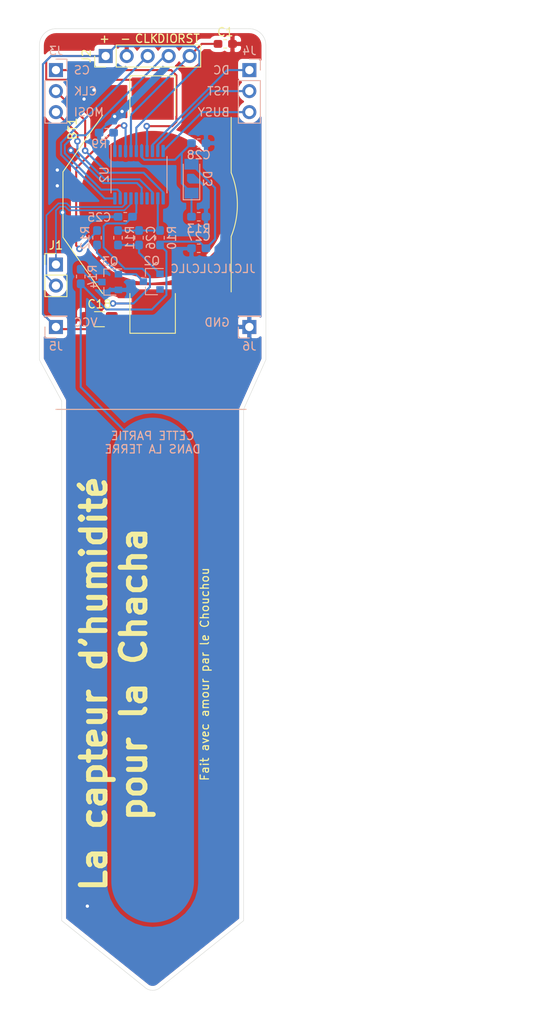
<source format=kicad_pcb>
(kicad_pcb (version 20171130) (host pcbnew "(5.1.8-0-10_14)")

  (general
    (thickness 1.6)
    (drawings 33)
    (tracks 171)
    (zones 0)
    (modules 23)
    (nets 24)
  )

  (page A4)
  (layers
    (0 F.Cu signal)
    (31 B.Cu signal)
    (32 B.Adhes user)
    (33 F.Adhes user)
    (34 B.Paste user)
    (35 F.Paste user)
    (36 B.SilkS user)
    (37 F.SilkS user)
    (38 B.Mask user)
    (39 F.Mask user)
    (40 Dwgs.User user)
    (41 Cmts.User user)
    (42 Eco1.User user)
    (43 Eco2.User user)
    (44 Edge.Cuts user)
    (45 Margin user)
    (46 B.CrtYd user)
    (47 F.CrtYd user)
    (48 B.Fab user hide)
    (49 F.Fab user)
  )

  (setup
    (last_trace_width 10)
    (user_trace_width 0.2)
    (user_trace_width 10)
    (trace_clearance 0.2)
    (zone_clearance 0.508)
    (zone_45_only no)
    (trace_min 0.2)
    (via_size 0.8)
    (via_drill 0.4)
    (via_min_size 0.4)
    (via_min_drill 0.3)
    (uvia_size 0.3)
    (uvia_drill 0.1)
    (uvias_allowed no)
    (uvia_min_size 0.2)
    (uvia_min_drill 0.1)
    (edge_width 0.05)
    (segment_width 0.2)
    (pcb_text_width 0.3)
    (pcb_text_size 1.5 1.5)
    (mod_edge_width 0.12)
    (mod_text_size 1 1)
    (mod_text_width 0.15)
    (pad_size 1.7 1.7)
    (pad_drill 1)
    (pad_to_mask_clearance 0)
    (aux_axis_origin 0 0)
    (visible_elements FFFFFF7F)
    (pcbplotparams
      (layerselection 0x010fc_ffffffff)
      (usegerberextensions false)
      (usegerberattributes true)
      (usegerberadvancedattributes true)
      (creategerberjobfile true)
      (excludeedgelayer true)
      (linewidth 0.100000)
      (plotframeref false)
      (viasonmask false)
      (mode 1)
      (useauxorigin false)
      (hpglpennumber 1)
      (hpglpenspeed 20)
      (hpglpendiameter 15.000000)
      (psnegative false)
      (psa4output false)
      (plotreference true)
      (plotvalue true)
      (plotinvisibletext false)
      (padsonsilk false)
      (subtractmaskfromsilk false)
      (outputformat 1)
      (mirror false)
      (drillshape 0)
      (scaleselection 1)
      (outputdirectory ""))
  )

  (net 0 "")
  (net 1 GND)
  (net 2 VCC)
  (net 3 /RESET)
  (net 4 /BUSY)
  (net 5 /RST)
  (net 6 /DC)
  (net 7 /CS)
  (net 8 /CLK)
  (net 9 /MOSI)
  (net 10 /RX)
  (net 11 /TX)
  (net 12 /SWDIO)
  (net 13 /SWCLK)
  (net 14 "Net-(R9-Pad1)")
  (net 15 "Net-(U2-Pad2)")
  (net 16 /PWM)
  (net 17 "Net-(C26-Pad1)")
  (net 18 /SENS_OUT)
  (net 19 "Net-(Q2-Pad3)")
  (net 20 "Net-(Q3-Pad3)")
  (net 21 /FAST_DISCH_EN)
  (net 22 /Csen+)
  (net 23 "Net-(U2-Pad14)")

  (net_class Default "This is the default net class."
    (clearance 0.2)
    (trace_width 0.25)
    (via_dia 0.8)
    (via_drill 0.4)
    (uvia_dia 0.3)
    (uvia_drill 0.1)
    (add_net /BUSY)
    (add_net /CLK)
    (add_net /CS)
    (add_net /Csen+)
    (add_net /DC)
    (add_net /FAST_DISCH_EN)
    (add_net /MOSI)
    (add_net /PWM)
    (add_net /RESET)
    (add_net /RST)
    (add_net /RX)
    (add_net /SENS_OUT)
    (add_net /SWCLK)
    (add_net /SWDIO)
    (add_net /TX)
    (add_net GND)
    (add_net "Net-(C26-Pad1)")
    (add_net "Net-(Q2-Pad3)")
    (add_net "Net-(Q3-Pad3)")
    (add_net "Net-(R9-Pad1)")
    (add_net "Net-(U2-Pad14)")
    (add_net "Net-(U2-Pad2)")
    (add_net VCC)
  )

  (module Capacitor_SMD:C_0603_1608Metric_Pad1.05x0.95mm_HandSolder (layer F.Cu) (tedit 5B301BBE) (tstamp 6116E882)
    (at 70.485 76.835)
    (descr "Capacitor SMD 0603 (1608 Metric), square (rectangular) end terminal, IPC_7351 nominal with elongated pad for handsoldering. (Body size source: http://www.tortai-tech.com/upload/download/2011102023233369053.pdf), generated with kicad-footprint-generator")
    (tags "capacitor handsolder")
    (path /611708F5)
    (attr smd)
    (fp_text reference C1 (at 0 -1.43) (layer F.SilkS)
      (effects (font (size 1 1) (thickness 0.15)))
    )
    (fp_text value 100n (at 0 1.43) (layer F.Fab)
      (effects (font (size 1 1) (thickness 0.15)))
    )
    (fp_line (start 1.65 0.73) (end -1.65 0.73) (layer F.CrtYd) (width 0.05))
    (fp_line (start 1.65 -0.73) (end 1.65 0.73) (layer F.CrtYd) (width 0.05))
    (fp_line (start -1.65 -0.73) (end 1.65 -0.73) (layer F.CrtYd) (width 0.05))
    (fp_line (start -1.65 0.73) (end -1.65 -0.73) (layer F.CrtYd) (width 0.05))
    (fp_line (start -0.171267 0.51) (end 0.171267 0.51) (layer F.SilkS) (width 0.12))
    (fp_line (start -0.171267 -0.51) (end 0.171267 -0.51) (layer F.SilkS) (width 0.12))
    (fp_line (start 0.8 0.4) (end -0.8 0.4) (layer F.Fab) (width 0.1))
    (fp_line (start 0.8 -0.4) (end 0.8 0.4) (layer F.Fab) (width 0.1))
    (fp_line (start -0.8 -0.4) (end 0.8 -0.4) (layer F.Fab) (width 0.1))
    (fp_line (start -0.8 0.4) (end -0.8 -0.4) (layer F.Fab) (width 0.1))
    (fp_text user %R (at 0 0) (layer F.Fab)
      (effects (font (size 0.4 0.4) (thickness 0.06)))
    )
    (pad 2 smd roundrect (at 0.875 0) (size 1.05 0.95) (layers F.Cu F.Paste F.Mask) (roundrect_rratio 0.25)
      (net 1 GND))
    (pad 1 smd roundrect (at -0.875 0) (size 1.05 0.95) (layers F.Cu F.Paste F.Mask) (roundrect_rratio 0.25)
      (net 3 /RESET))
    (model ${KISYS3DMOD}/Capacitor_SMD.3dshapes/C_0603_1608Metric.wrl
      (at (xyz 0 0 0))
      (scale (xyz 1 1 1))
      (rotate (xyz 0 0 0))
    )
  )

  (module Capacitor_SMD:C_1206_3216Metric_Pad1.42x1.75mm_HandSolder (layer F.Cu) (tedit 5B301BBE) (tstamp 60FABFB4)
    (at 55.2625 110.1)
    (descr "Capacitor SMD 1206 (3216 Metric), square (rectangular) end terminal, IPC_7351 nominal with elongated pad for handsoldering. (Body size source: http://www.tortai-tech.com/upload/download/2011102023233369053.pdf), generated with kicad-footprint-generator")
    (tags "capacitor handsolder")
    (path /60F89D4D)
    (attr smd)
    (fp_text reference C18 (at 0 -1.82) (layer F.SilkS)
      (effects (font (size 1 1) (thickness 0.15)))
    )
    (fp_text value 150uF (at 0 1.82) (layer F.Fab)
      (effects (font (size 1 1) (thickness 0.15)))
    )
    (fp_line (start -1.6 0.8) (end -1.6 -0.8) (layer F.Fab) (width 0.1))
    (fp_line (start -1.6 -0.8) (end 1.6 -0.8) (layer F.Fab) (width 0.1))
    (fp_line (start 1.6 -0.8) (end 1.6 0.8) (layer F.Fab) (width 0.1))
    (fp_line (start 1.6 0.8) (end -1.6 0.8) (layer F.Fab) (width 0.1))
    (fp_line (start -0.602064 -0.91) (end 0.602064 -0.91) (layer F.SilkS) (width 0.12))
    (fp_line (start -0.602064 0.91) (end 0.602064 0.91) (layer F.SilkS) (width 0.12))
    (fp_line (start -2.45 1.12) (end -2.45 -1.12) (layer F.CrtYd) (width 0.05))
    (fp_line (start -2.45 -1.12) (end 2.45 -1.12) (layer F.CrtYd) (width 0.05))
    (fp_line (start 2.45 -1.12) (end 2.45 1.12) (layer F.CrtYd) (width 0.05))
    (fp_line (start 2.45 1.12) (end -2.45 1.12) (layer F.CrtYd) (width 0.05))
    (fp_text user %R (at 0 0) (layer F.Fab)
      (effects (font (size 0.8 0.8) (thickness 0.12)))
    )
    (pad 2 smd roundrect (at 1.4875 0) (size 1.425 1.75) (layers F.Cu F.Paste F.Mask) (roundrect_rratio 0.1754385964912281)
      (net 2 VCC))
    (pad 1 smd roundrect (at -1.4875 0) (size 1.425 1.75) (layers F.Cu F.Paste F.Mask) (roundrect_rratio 0.1754385964912281)
      (net 1 GND))
    (model ${KISYS3DMOD}/Capacitor_SMD.3dshapes/C_1206_3216Metric.wrl
      (at (xyz 0 0 0))
      (scale (xyz 1 1 1))
      (rotate (xyz 0 0 0))
    )
  )

  (module Connector_PinHeader_2.54mm:PinHeader_1x01_P2.54mm_Vertical (layer B.Cu) (tedit 59FED5CC) (tstamp 6116BCF1)
    (at 73.4 111.04)
    (descr "Through hole straight pin header, 1x01, 2.54mm pitch, single row")
    (tags "Through hole pin header THT 1x01 2.54mm single row")
    (path /611C2AF4)
    (fp_text reference J6 (at 0 2.33) (layer B.SilkS)
      (effects (font (size 1 1) (thickness 0.15)) (justify mirror))
    )
    (fp_text value Conn_01x01_Male (at 0 -2.33) (layer B.Fab)
      (effects (font (size 1 1) (thickness 0.15)) (justify mirror))
    )
    (fp_line (start -0.635 1.27) (end 1.27 1.27) (layer B.Fab) (width 0.1))
    (fp_line (start 1.27 1.27) (end 1.27 -1.27) (layer B.Fab) (width 0.1))
    (fp_line (start 1.27 -1.27) (end -1.27 -1.27) (layer B.Fab) (width 0.1))
    (fp_line (start -1.27 -1.27) (end -1.27 0.635) (layer B.Fab) (width 0.1))
    (fp_line (start -1.27 0.635) (end -0.635 1.27) (layer B.Fab) (width 0.1))
    (fp_line (start -1.33 -1.33) (end 1.33 -1.33) (layer B.SilkS) (width 0.12))
    (fp_line (start -1.33 -1.27) (end -1.33 -1.33) (layer B.SilkS) (width 0.12))
    (fp_line (start 1.33 -1.27) (end 1.33 -1.33) (layer B.SilkS) (width 0.12))
    (fp_line (start -1.33 -1.27) (end 1.33 -1.27) (layer B.SilkS) (width 0.12))
    (fp_line (start -1.33 0) (end -1.33 1.33) (layer B.SilkS) (width 0.12))
    (fp_line (start -1.33 1.33) (end 0 1.33) (layer B.SilkS) (width 0.12))
    (fp_line (start -1.8 1.8) (end -1.8 -1.8) (layer B.CrtYd) (width 0.05))
    (fp_line (start -1.8 -1.8) (end 1.8 -1.8) (layer B.CrtYd) (width 0.05))
    (fp_line (start 1.8 -1.8) (end 1.8 1.8) (layer B.CrtYd) (width 0.05))
    (fp_line (start 1.8 1.8) (end -1.8 1.8) (layer B.CrtYd) (width 0.05))
    (fp_text user %R (at 0 0 -90) (layer B.Fab)
      (effects (font (size 1 1) (thickness 0.15)) (justify mirror))
    )
    (pad 1 thru_hole rect (at 0 0) (size 1.7 1.7) (drill 1) (layers *.Cu *.Mask)
      (net 1 GND))
    (model ${KISYS3DMOD}/Connector_PinHeader_2.54mm.3dshapes/PinHeader_1x01_P2.54mm_Vertical.wrl
      (at (xyz 0 0 0))
      (scale (xyz 1 1 1))
      (rotate (xyz 0 0 0))
    )
  )

  (module Connector_PinHeader_2.54mm:PinHeader_1x01_P2.54mm_Vertical (layer B.Cu) (tedit 59FED5CC) (tstamp 6116BCCB)
    (at 50 111.04)
    (descr "Through hole straight pin header, 1x01, 2.54mm pitch, single row")
    (tags "Through hole pin header THT 1x01 2.54mm single row")
    (path /611C23CA)
    (fp_text reference J5 (at 0 2.33) (layer B.SilkS)
      (effects (font (size 1 1) (thickness 0.15)) (justify mirror))
    )
    (fp_text value Conn_01x01_Male (at 0 -2.33) (layer B.Fab)
      (effects (font (size 1 1) (thickness 0.15)) (justify mirror))
    )
    (fp_line (start -0.635 1.27) (end 1.27 1.27) (layer B.Fab) (width 0.1))
    (fp_line (start 1.27 1.27) (end 1.27 -1.27) (layer B.Fab) (width 0.1))
    (fp_line (start 1.27 -1.27) (end -1.27 -1.27) (layer B.Fab) (width 0.1))
    (fp_line (start -1.27 -1.27) (end -1.27 0.635) (layer B.Fab) (width 0.1))
    (fp_line (start -1.27 0.635) (end -0.635 1.27) (layer B.Fab) (width 0.1))
    (fp_line (start -1.33 -1.33) (end 1.33 -1.33) (layer B.SilkS) (width 0.12))
    (fp_line (start -1.33 -1.27) (end -1.33 -1.33) (layer B.SilkS) (width 0.12))
    (fp_line (start 1.33 -1.27) (end 1.33 -1.33) (layer B.SilkS) (width 0.12))
    (fp_line (start -1.33 -1.27) (end 1.33 -1.27) (layer B.SilkS) (width 0.12))
    (fp_line (start -1.33 0) (end -1.33 1.33) (layer B.SilkS) (width 0.12))
    (fp_line (start -1.33 1.33) (end 0 1.33) (layer B.SilkS) (width 0.12))
    (fp_line (start -1.8 1.8) (end -1.8 -1.8) (layer B.CrtYd) (width 0.05))
    (fp_line (start -1.8 -1.8) (end 1.8 -1.8) (layer B.CrtYd) (width 0.05))
    (fp_line (start 1.8 -1.8) (end 1.8 1.8) (layer B.CrtYd) (width 0.05))
    (fp_line (start 1.8 1.8) (end -1.8 1.8) (layer B.CrtYd) (width 0.05))
    (fp_text user %R (at 0 0 -90) (layer B.Fab)
      (effects (font (size 1 1) (thickness 0.15)) (justify mirror))
    )
    (pad 1 thru_hole rect (at 0 0) (size 1.7 1.7) (drill 1) (layers *.Cu *.Mask)
      (net 2 VCC))
    (model ${KISYS3DMOD}/Connector_PinHeader_2.54mm.3dshapes/PinHeader_1x01_P2.54mm_Vertical.wrl
      (at (xyz 0 0 0))
      (scale (xyz 1 1 1))
      (rotate (xyz 0 0 0))
    )
  )

  (module Connector_PinHeader_2.54mm:PinHeader_1x03_P2.54mm_Vertical (layer B.Cu) (tedit 59FED5CC) (tstamp 6116BCA5)
    (at 73.4 80 180)
    (descr "Through hole straight pin header, 1x03, 2.54mm pitch, single row")
    (tags "Through hole pin header THT 1x03 2.54mm single row")
    (path /611B7F82)
    (fp_text reference J4 (at 0 2.33) (layer B.SilkS)
      (effects (font (size 1 1) (thickness 0.15)) (justify mirror))
    )
    (fp_text value Conn_01x03_Male (at 0 -7.41) (layer B.Fab)
      (effects (font (size 1 1) (thickness 0.15)) (justify mirror))
    )
    (fp_line (start -0.635 1.27) (end 1.27 1.27) (layer B.Fab) (width 0.1))
    (fp_line (start 1.27 1.27) (end 1.27 -6.35) (layer B.Fab) (width 0.1))
    (fp_line (start 1.27 -6.35) (end -1.27 -6.35) (layer B.Fab) (width 0.1))
    (fp_line (start -1.27 -6.35) (end -1.27 0.635) (layer B.Fab) (width 0.1))
    (fp_line (start -1.27 0.635) (end -0.635 1.27) (layer B.Fab) (width 0.1))
    (fp_line (start -1.33 -6.41) (end 1.33 -6.41) (layer B.SilkS) (width 0.12))
    (fp_line (start -1.33 -1.27) (end -1.33 -6.41) (layer B.SilkS) (width 0.12))
    (fp_line (start 1.33 -1.27) (end 1.33 -6.41) (layer B.SilkS) (width 0.12))
    (fp_line (start -1.33 -1.27) (end 1.33 -1.27) (layer B.SilkS) (width 0.12))
    (fp_line (start -1.33 0) (end -1.33 1.33) (layer B.SilkS) (width 0.12))
    (fp_line (start -1.33 1.33) (end 0 1.33) (layer B.SilkS) (width 0.12))
    (fp_line (start -1.8 1.8) (end -1.8 -6.85) (layer B.CrtYd) (width 0.05))
    (fp_line (start -1.8 -6.85) (end 1.8 -6.85) (layer B.CrtYd) (width 0.05))
    (fp_line (start 1.8 -6.85) (end 1.8 1.8) (layer B.CrtYd) (width 0.05))
    (fp_line (start 1.8 1.8) (end -1.8 1.8) (layer B.CrtYd) (width 0.05))
    (fp_text user %R (at 0 -2.54 270) (layer B.Fab)
      (effects (font (size 1 1) (thickness 0.15)) (justify mirror))
    )
    (pad 3 thru_hole oval (at 0 -5.08 180) (size 1.7 1.7) (drill 1) (layers *.Cu *.Mask)
      (net 4 /BUSY))
    (pad 2 thru_hole oval (at 0 -2.54 180) (size 1.7 1.7) (drill 1) (layers *.Cu *.Mask)
      (net 5 /RST))
    (pad 1 thru_hole rect (at 0 0 180) (size 1.7 1.7) (drill 1) (layers *.Cu *.Mask)
      (net 6 /DC))
    (model ${KISYS3DMOD}/Connector_PinHeader_2.54mm.3dshapes/PinHeader_1x03_P2.54mm_Vertical.wrl
      (at (xyz 0 0 0))
      (scale (xyz 1 1 1))
      (rotate (xyz 0 0 0))
    )
  )

  (module Connector_PinHeader_2.54mm:PinHeader_1x03_P2.54mm_Vertical (layer B.Cu) (tedit 59FED5CC) (tstamp 6116BC65)
    (at 50 80 180)
    (descr "Through hole straight pin header, 1x03, 2.54mm pitch, single row")
    (tags "Through hole pin header THT 1x03 2.54mm single row")
    (path /611AEB91)
    (fp_text reference J3 (at 0 2.33) (layer B.SilkS)
      (effects (font (size 1 1) (thickness 0.15)) (justify mirror))
    )
    (fp_text value Conn_01x03_Male (at 0 -7.41) (layer B.Fab)
      (effects (font (size 1 1) (thickness 0.15)) (justify mirror))
    )
    (fp_line (start -0.635 1.27) (end 1.27 1.27) (layer B.Fab) (width 0.1))
    (fp_line (start 1.27 1.27) (end 1.27 -6.35) (layer B.Fab) (width 0.1))
    (fp_line (start 1.27 -6.35) (end -1.27 -6.35) (layer B.Fab) (width 0.1))
    (fp_line (start -1.27 -6.35) (end -1.27 0.635) (layer B.Fab) (width 0.1))
    (fp_line (start -1.27 0.635) (end -0.635 1.27) (layer B.Fab) (width 0.1))
    (fp_line (start -1.33 -6.41) (end 1.33 -6.41) (layer B.SilkS) (width 0.12))
    (fp_line (start -1.33 -1.27) (end -1.33 -6.41) (layer B.SilkS) (width 0.12))
    (fp_line (start 1.33 -1.27) (end 1.33 -6.41) (layer B.SilkS) (width 0.12))
    (fp_line (start -1.33 -1.27) (end 1.33 -1.27) (layer B.SilkS) (width 0.12))
    (fp_line (start -1.33 0) (end -1.33 1.33) (layer B.SilkS) (width 0.12))
    (fp_line (start -1.33 1.33) (end 0 1.33) (layer B.SilkS) (width 0.12))
    (fp_line (start -1.8 1.8) (end -1.8 -6.85) (layer B.CrtYd) (width 0.05))
    (fp_line (start -1.8 -6.85) (end 1.8 -6.85) (layer B.CrtYd) (width 0.05))
    (fp_line (start 1.8 -6.85) (end 1.8 1.8) (layer B.CrtYd) (width 0.05))
    (fp_line (start 1.8 1.8) (end -1.8 1.8) (layer B.CrtYd) (width 0.05))
    (fp_text user %R (at 0 -2.54 270) (layer B.Fab)
      (effects (font (size 1 1) (thickness 0.15)) (justify mirror))
    )
    (pad 3 thru_hole oval (at 0 -5.08 180) (size 1.7 1.7) (drill 1) (layers *.Cu *.Mask)
      (net 9 /MOSI))
    (pad 2 thru_hole oval (at 0 -2.54 180) (size 1.7 1.7) (drill 1) (layers *.Cu *.Mask)
      (net 8 /CLK))
    (pad 1 thru_hole rect (at 0 0 180) (size 1.7 1.7) (drill 1) (layers *.Cu *.Mask)
      (net 7 /CS))
    (model ${KISYS3DMOD}/Connector_PinHeader_2.54mm.3dshapes/PinHeader_1x03_P2.54mm_Vertical.wrl
      (at (xyz 0 0 0))
      (scale (xyz 1 1 1))
      (rotate (xyz 0 0 0))
    )
  )

  (module Battery:BatteryHolder_Keystone_3002_1x2032 (layer F.Cu) (tedit 5D9C7E9A) (tstamp 60FABE82)
    (at 61.7 96.25 270)
    (descr https://www.tme.eu/it/Document/a823211ec201a9e209042d155fe22d2b/KEYS2996.pdf)
    (tags "BR2016 CR2016 DL2016 BR2020 CL2020 BR2025 CR2025 DL2025 DR2032 CR2032 DL2032")
    (path /60F88ABA)
    (attr smd)
    (fp_text reference BT1 (at -9.15 9.7 90) (layer F.SilkS)
      (effects (font (size 1 1) (thickness 0.15)))
    )
    (fp_text value CR2450 (at 0 -11 90) (layer F.Fab)
      (effects (font (size 1 1) (thickness 0.15)))
    )
    (fp_line (start -15.35 -2.55) (end -15.35 2.55) (layer F.Fab) (width 0.1))
    (fp_line (start -15.35 2.55) (end -10.55 2.55) (layer F.Fab) (width 0.1))
    (fp_line (start -15.35 -2.55) (end -10.55 -2.55) (layer F.Fab) (width 0.1))
    (fp_line (start -10.55 2.55) (end -10.55 5.85) (layer F.Fab) (width 0.1))
    (fp_line (start 10.55 2.55) (end 10.55 5.9) (layer F.Fab) (width 0.1))
    (fp_line (start -3.8 10.6) (end 3.8 10.6) (layer F.Fab) (width 0.1))
    (fp_line (start 10.55 2.55) (end 15.35 2.55) (layer F.Fab) (width 0.1))
    (fp_line (start 15.35 2.55) (end 15.35 -2.55) (layer F.Fab) (width 0.1))
    (fp_line (start 15.35 -2.55) (end 10.55 -2.55) (layer F.Fab) (width 0.1))
    (fp_line (start 10.55 -2.55) (end 10.55 -9.3) (layer F.Fab) (width 0.1))
    (fp_line (start 10.55 -9.3) (end -10.55 -9.3) (layer F.Fab) (width 0.1))
    (fp_line (start -10.55 -2.55) (end -10.55 -9.3) (layer F.Fab) (width 0.1))
    (fp_line (start -10.55 5.85) (end -3.8 10.6) (layer F.Fab) (width 0.1))
    (fp_line (start -10.8 6.05) (end -3.95 10.85) (layer F.SilkS) (width 0.12))
    (fp_line (start -3.95 10.85) (end 3.95 10.85) (layer F.SilkS) (width 0.12))
    (fp_line (start 3.95 10.85) (end 10.75 6.05) (layer F.SilkS) (width 0.12))
    (fp_line (start 10.55 5.9) (end 3.8 10.6) (layer F.Fab) (width 0.1))
    (fp_circle (center 0 0) (end 10 0) (layer Dwgs.User) (width 0.2))
    (fp_line (start -10.55 -9.5) (end -3.85 -9.5) (layer F.SilkS) (width 0.12))
    (fp_line (start 10.55 -9.5) (end 3.85 -9.5) (layer F.SilkS) (width 0.12))
    (fp_line (start -15.85 -3.05) (end -11.05 -3.05) (layer F.CrtYd) (width 0.05))
    (fp_line (start -11.05 -3.05) (end -11.05 -9.8) (layer F.CrtYd) (width 0.05))
    (fp_line (start -11.05 -9.8) (end -3.9 -9.8) (layer F.CrtYd) (width 0.05))
    (fp_line (start 11.05 -9.8) (end 3.9 -9.8) (layer F.CrtYd) (width 0.05))
    (fp_line (start 11.05 -9.8) (end 11.05 -3.05) (layer F.CrtYd) (width 0.05))
    (fp_line (start 11.05 -3.05) (end 15.85 -3.05) (layer F.CrtYd) (width 0.05))
    (fp_line (start 15.85 -3.05) (end 15.85 3.05) (layer F.CrtYd) (width 0.05))
    (fp_line (start 15.85 3.05) (end 11.05 3.05) (layer F.CrtYd) (width 0.05))
    (fp_line (start 11.05 3.05) (end 11.05 6.35) (layer F.CrtYd) (width 0.05))
    (fp_line (start 11.05 6.35) (end 4.3 11.1) (layer F.CrtYd) (width 0.05))
    (fp_line (start 4.3 11.1) (end -4.3 11.1) (layer F.CrtYd) (width 0.05))
    (fp_line (start -4.3 11.1) (end -11.05 6.35) (layer F.CrtYd) (width 0.05))
    (fp_line (start -11.05 6.35) (end -11.05 3.05) (layer F.CrtYd) (width 0.05))
    (fp_line (start -11.05 3.05) (end -15.85 3.05) (layer F.CrtYd) (width 0.05))
    (fp_line (start -15.85 3.05) (end -15.85 -3.05) (layer F.CrtYd) (width 0.05))
    (fp_line (start -10.75 -2.75) (end -15.55 -2.75) (layer F.SilkS) (width 0.12))
    (fp_line (start -15.55 -2.75) (end -15.55 2.75) (layer F.SilkS) (width 0.12))
    (fp_line (start -15.55 2.75) (end -10.75 2.75) (layer F.SilkS) (width 0.12))
    (fp_line (start 10.75 2.75) (end 15.55 2.75) (layer F.SilkS) (width 0.12))
    (fp_line (start 15.55 2.75) (end 15.55 -2.75) (layer F.SilkS) (width 0.12))
    (fp_line (start 15.55 -2.75) (end 10.75 -2.75) (layer F.SilkS) (width 0.12))
    (fp_arc (start 0 0) (end 3.85 -9.5) (angle -44.1) (layer F.SilkS) (width 0.12))
    (fp_arc (start 0 0) (end 3.9 -9.8) (angle -43.40107348) (layer F.CrtYd) (width 0.05))
    (fp_text user %R (at -9.15 9.7 90) (layer F.Fab)
      (effects (font (size 1 1) (thickness 0.15)))
    )
    (pad 2 smd circle (at 0 0 270) (size 17.8 17.8) (layers F.Cu F.Mask)
      (net 1 GND))
    (pad 1 smd rect (at -12.8 0 270) (size 5.1 5.1) (layers F.Cu F.Paste F.Mask)
      (net 2 VCC))
    (pad 1 smd rect (at 12.8 0 270) (size 5.1 5.1) (layers F.Cu F.Paste F.Mask)
      (net 2 VCC))
    (model ${KISYS3DMOD}/Battery.3dshapes/BatteryHolder_Keystone_3002_1x2032.wrl
      (at (xyz 0 0 0))
      (scale (xyz 1 1 1))
      (rotate (xyz 0 0 0))
    )
  )

  (module Resistor_SMD:R_0603_1608Metric_Pad1.05x0.95mm_HandSolder (layer B.Cu) (tedit 5B301BBD) (tstamp 61009780)
    (at 53 104.945 90)
    (descr "Resistor SMD 0603 (1608 Metric), square (rectangular) end terminal, IPC_7351 nominal with elongated pad for handsoldering. (Body size source: http://www.tortai-tech.com/upload/download/2011102023233369053.pdf), generated with kicad-footprint-generator")
    (tags "resistor handsolder")
    (path /611AD67B)
    (attr smd)
    (fp_text reference R14 (at 0 1.43 270) (layer B.SilkS)
      (effects (font (size 1 1) (thickness 0.15)) (justify mirror))
    )
    (fp_text value 1k (at 0 -1.43 270) (layer B.Fab)
      (effects (font (size 1 1) (thickness 0.15)) (justify mirror))
    )
    (fp_line (start -0.8 -0.4) (end -0.8 0.4) (layer B.Fab) (width 0.1))
    (fp_line (start -0.8 0.4) (end 0.8 0.4) (layer B.Fab) (width 0.1))
    (fp_line (start 0.8 0.4) (end 0.8 -0.4) (layer B.Fab) (width 0.1))
    (fp_line (start 0.8 -0.4) (end -0.8 -0.4) (layer B.Fab) (width 0.1))
    (fp_line (start -0.171267 0.51) (end 0.171267 0.51) (layer B.SilkS) (width 0.12))
    (fp_line (start -0.171267 -0.51) (end 0.171267 -0.51) (layer B.SilkS) (width 0.12))
    (fp_line (start -1.65 -0.73) (end -1.65 0.73) (layer B.CrtYd) (width 0.05))
    (fp_line (start -1.65 0.73) (end 1.65 0.73) (layer B.CrtYd) (width 0.05))
    (fp_line (start 1.65 0.73) (end 1.65 -0.73) (layer B.CrtYd) (width 0.05))
    (fp_line (start 1.65 -0.73) (end -1.65 -0.73) (layer B.CrtYd) (width 0.05))
    (fp_text user %R (at 0 0 270) (layer B.Fab)
      (effects (font (size 0.4 0.4) (thickness 0.06)) (justify mirror))
    )
    (pad 2 smd roundrect (at 0.875 0 90) (size 1.05 0.95) (layers B.Cu B.Paste B.Mask) (roundrect_rratio 0.25)
      (net 20 "Net-(Q3-Pad3)"))
    (pad 1 smd roundrect (at -0.875 0 90) (size 1.05 0.95) (layers B.Cu B.Paste B.Mask) (roundrect_rratio 0.25)
      (net 22 /Csen+))
    (model ${KISYS3DMOD}/Resistor_SMD.3dshapes/R_0603_1608Metric.wrl
      (at (xyz 0 0 0))
      (scale (xyz 1 1 1))
      (rotate (xyz 0 0 0))
    )
  )

  (module Resistor_SMD:R_0603_1608Metric_Pad1.05x0.95mm_HandSolder (layer B.Cu) (tedit 5B301BBD) (tstamp 6100976F)
    (at 67.275 97.72)
    (descr "Resistor SMD 0603 (1608 Metric), square (rectangular) end terminal, IPC_7351 nominal with elongated pad for handsoldering. (Body size source: http://www.tortai-tech.com/upload/download/2011102023233369053.pdf), generated with kicad-footprint-generator")
    (tags "resistor handsolder")
    (path /61099880)
    (attr smd)
    (fp_text reference R13 (at 0 1.43) (layer B.SilkS)
      (effects (font (size 1 1) (thickness 0.15)) (justify mirror))
    )
    (fp_text value 1M (at 0 -1.43) (layer B.Fab)
      (effects (font (size 1 1) (thickness 0.15)) (justify mirror))
    )
    (fp_line (start -0.8 -0.4) (end -0.8 0.4) (layer B.Fab) (width 0.1))
    (fp_line (start -0.8 0.4) (end 0.8 0.4) (layer B.Fab) (width 0.1))
    (fp_line (start 0.8 0.4) (end 0.8 -0.4) (layer B.Fab) (width 0.1))
    (fp_line (start 0.8 -0.4) (end -0.8 -0.4) (layer B.Fab) (width 0.1))
    (fp_line (start -0.171267 0.51) (end 0.171267 0.51) (layer B.SilkS) (width 0.12))
    (fp_line (start -0.171267 -0.51) (end 0.171267 -0.51) (layer B.SilkS) (width 0.12))
    (fp_line (start -1.65 -0.73) (end -1.65 0.73) (layer B.CrtYd) (width 0.05))
    (fp_line (start -1.65 0.73) (end 1.65 0.73) (layer B.CrtYd) (width 0.05))
    (fp_line (start 1.65 0.73) (end 1.65 -0.73) (layer B.CrtYd) (width 0.05))
    (fp_line (start 1.65 -0.73) (end -1.65 -0.73) (layer B.CrtYd) (width 0.05))
    (fp_text user %R (at 0 0) (layer B.Fab)
      (effects (font (size 0.4 0.4) (thickness 0.06)) (justify mirror))
    )
    (pad 2 smd roundrect (at 0.875 0) (size 1.05 0.95) (layers B.Cu B.Paste B.Mask) (roundrect_rratio 0.25)
      (net 1 GND))
    (pad 1 smd roundrect (at -0.875 0) (size 1.05 0.95) (layers B.Cu B.Paste B.Mask) (roundrect_rratio 0.25)
      (net 18 /SENS_OUT))
    (model ${KISYS3DMOD}/Resistor_SMD.3dshapes/R_0603_1608Metric.wrl
      (at (xyz 0 0 0))
      (scale (xyz 1 1 1))
      (rotate (xyz 0 0 0))
    )
  )

  (module Resistor_SMD:R_0603_1608Metric_Pad1.05x0.95mm_HandSolder (layer B.Cu) (tedit 5B301BBD) (tstamp 6100975E)
    (at 54.97 100.26 270)
    (descr "Resistor SMD 0603 (1608 Metric), square (rectangular) end terminal, IPC_7351 nominal with elongated pad for handsoldering. (Body size source: http://www.tortai-tech.com/upload/download/2011102023233369053.pdf), generated with kicad-footprint-generator")
    (tags "resistor handsolder")
    (path /6113E510)
    (attr smd)
    (fp_text reference R12 (at 0 1.43 270) (layer B.SilkS)
      (effects (font (size 1 1) (thickness 0.15)) (justify mirror))
    )
    (fp_text value 1k (at 0 -1.43 270) (layer B.Fab)
      (effects (font (size 1 1) (thickness 0.15)) (justify mirror))
    )
    (fp_line (start -0.8 -0.4) (end -0.8 0.4) (layer B.Fab) (width 0.1))
    (fp_line (start -0.8 0.4) (end 0.8 0.4) (layer B.Fab) (width 0.1))
    (fp_line (start 0.8 0.4) (end 0.8 -0.4) (layer B.Fab) (width 0.1))
    (fp_line (start 0.8 -0.4) (end -0.8 -0.4) (layer B.Fab) (width 0.1))
    (fp_line (start -0.171267 0.51) (end 0.171267 0.51) (layer B.SilkS) (width 0.12))
    (fp_line (start -0.171267 -0.51) (end 0.171267 -0.51) (layer B.SilkS) (width 0.12))
    (fp_line (start -1.65 -0.73) (end -1.65 0.73) (layer B.CrtYd) (width 0.05))
    (fp_line (start -1.65 0.73) (end 1.65 0.73) (layer B.CrtYd) (width 0.05))
    (fp_line (start 1.65 0.73) (end 1.65 -0.73) (layer B.CrtYd) (width 0.05))
    (fp_line (start 1.65 -0.73) (end -1.65 -0.73) (layer B.CrtYd) (width 0.05))
    (fp_text user %R (at 0 0 270) (layer B.Fab)
      (effects (font (size 0.4 0.4) (thickness 0.06)) (justify mirror))
    )
    (pad 2 smd roundrect (at 0.875 0 270) (size 1.05 0.95) (layers B.Cu B.Paste B.Mask) (roundrect_rratio 0.25)
      (net 19 "Net-(Q2-Pad3)"))
    (pad 1 smd roundrect (at -0.875 0 270) (size 1.05 0.95) (layers B.Cu B.Paste B.Mask) (roundrect_rratio 0.25)
      (net 21 /FAST_DISCH_EN))
    (model ${KISYS3DMOD}/Resistor_SMD.3dshapes/R_0603_1608Metric.wrl
      (at (xyz 0 0 0))
      (scale (xyz 1 1 1))
      (rotate (xyz 0 0 0))
    )
  )

  (module Resistor_SMD:R_0603_1608Metric_Pad1.05x0.95mm_HandSolder (layer B.Cu) (tedit 5B301BBD) (tstamp 6100974D)
    (at 57.51 100.26 90)
    (descr "Resistor SMD 0603 (1608 Metric), square (rectangular) end terminal, IPC_7351 nominal with elongated pad for handsoldering. (Body size source: http://www.tortai-tech.com/upload/download/2011102023233369053.pdf), generated with kicad-footprint-generator")
    (tags "resistor handsolder")
    (path /610EFF77)
    (attr smd)
    (fp_text reference R11 (at 0 1.43 270) (layer B.SilkS)
      (effects (font (size 1 1) (thickness 0.15)) (justify mirror))
    )
    (fp_text value 10k (at 0 -1.43 270) (layer B.Fab)
      (effects (font (size 1 1) (thickness 0.15)) (justify mirror))
    )
    (fp_line (start -0.8 -0.4) (end -0.8 0.4) (layer B.Fab) (width 0.1))
    (fp_line (start -0.8 0.4) (end 0.8 0.4) (layer B.Fab) (width 0.1))
    (fp_line (start 0.8 0.4) (end 0.8 -0.4) (layer B.Fab) (width 0.1))
    (fp_line (start 0.8 -0.4) (end -0.8 -0.4) (layer B.Fab) (width 0.1))
    (fp_line (start -0.171267 0.51) (end 0.171267 0.51) (layer B.SilkS) (width 0.12))
    (fp_line (start -0.171267 -0.51) (end 0.171267 -0.51) (layer B.SilkS) (width 0.12))
    (fp_line (start -1.65 -0.73) (end -1.65 0.73) (layer B.CrtYd) (width 0.05))
    (fp_line (start -1.65 0.73) (end 1.65 0.73) (layer B.CrtYd) (width 0.05))
    (fp_line (start 1.65 0.73) (end 1.65 -0.73) (layer B.CrtYd) (width 0.05))
    (fp_line (start 1.65 -0.73) (end -1.65 -0.73) (layer B.CrtYd) (width 0.05))
    (fp_text user %R (at 0 0 270) (layer B.Fab)
      (effects (font (size 0.4 0.4) (thickness 0.06)) (justify mirror))
    )
    (pad 2 smd roundrect (at 0.875 0 90) (size 1.05 0.95) (layers B.Cu B.Paste B.Mask) (roundrect_rratio 0.25)
      (net 16 /PWM))
    (pad 1 smd roundrect (at -0.875 0 90) (size 1.05 0.95) (layers B.Cu B.Paste B.Mask) (roundrect_rratio 0.25)
      (net 17 "Net-(C26-Pad1)"))
    (model ${KISYS3DMOD}/Resistor_SMD.3dshapes/R_0603_1608Metric.wrl
      (at (xyz 0 0 0))
      (scale (xyz 1 1 1))
      (rotate (xyz 0 0 0))
    )
  )

  (module Resistor_SMD:R_0603_1608Metric_Pad1.05x0.95mm_HandSolder (layer B.Cu) (tedit 5B301BBD) (tstamp 6100973C)
    (at 62.59 100.26 90)
    (descr "Resistor SMD 0603 (1608 Metric), square (rectangular) end terminal, IPC_7351 nominal with elongated pad for handsoldering. (Body size source: http://www.tortai-tech.com/upload/download/2011102023233369053.pdf), generated with kicad-footprint-generator")
    (tags "resistor handsolder")
    (path /6104B9DA)
    (attr smd)
    (fp_text reference R10 (at 0 1.43 270) (layer B.SilkS)
      (effects (font (size 1 1) (thickness 0.15)) (justify mirror))
    )
    (fp_text value 10k (at 0 -1.43 270) (layer B.Fab)
      (effects (font (size 1 1) (thickness 0.15)) (justify mirror))
    )
    (fp_line (start -0.8 -0.4) (end -0.8 0.4) (layer B.Fab) (width 0.1))
    (fp_line (start -0.8 0.4) (end 0.8 0.4) (layer B.Fab) (width 0.1))
    (fp_line (start 0.8 0.4) (end 0.8 -0.4) (layer B.Fab) (width 0.1))
    (fp_line (start 0.8 -0.4) (end -0.8 -0.4) (layer B.Fab) (width 0.1))
    (fp_line (start -0.171267 0.51) (end 0.171267 0.51) (layer B.SilkS) (width 0.12))
    (fp_line (start -0.171267 -0.51) (end 0.171267 -0.51) (layer B.SilkS) (width 0.12))
    (fp_line (start -1.65 -0.73) (end -1.65 0.73) (layer B.CrtYd) (width 0.05))
    (fp_line (start -1.65 0.73) (end 1.65 0.73) (layer B.CrtYd) (width 0.05))
    (fp_line (start 1.65 0.73) (end 1.65 -0.73) (layer B.CrtYd) (width 0.05))
    (fp_line (start 1.65 -0.73) (end -1.65 -0.73) (layer B.CrtYd) (width 0.05))
    (fp_text user %R (at 0 0 270) (layer B.Fab)
      (effects (font (size 0.4 0.4) (thickness 0.06)) (justify mirror))
    )
    (pad 2 smd roundrect (at 0.875 0 90) (size 1.05 0.95) (layers B.Cu B.Paste B.Mask) (roundrect_rratio 0.25)
      (net 16 /PWM))
    (pad 1 smd roundrect (at -0.875 0 90) (size 1.05 0.95) (layers B.Cu B.Paste B.Mask) (roundrect_rratio 0.25)
      (net 22 /Csen+))
    (model ${KISYS3DMOD}/Resistor_SMD.3dshapes/R_0603_1608Metric.wrl
      (at (xyz 0 0 0))
      (scale (xyz 1 1 1))
      (rotate (xyz 0 0 0))
    )
  )

  (module Package_TO_SOT_SMD:SOT-23 (layer B.Cu) (tedit 5A02FF57) (tstamp 61009613)
    (at 56.56 105.61 180)
    (descr "SOT-23, Standard")
    (tags SOT-23)
    (path /6118CABC)
    (attr smd)
    (fp_text reference Q3 (at 0 2.5) (layer B.SilkS)
      (effects (font (size 1 1) (thickness 0.15)) (justify mirror))
    )
    (fp_text value MMBT3904 (at 0 -2.5) (layer B.Fab)
      (effects (font (size 1 1) (thickness 0.15)) (justify mirror))
    )
    (fp_line (start -0.7 0.95) (end -0.7 -1.5) (layer B.Fab) (width 0.1))
    (fp_line (start -0.15 1.52) (end 0.7 1.52) (layer B.Fab) (width 0.1))
    (fp_line (start -0.7 0.95) (end -0.15 1.52) (layer B.Fab) (width 0.1))
    (fp_line (start 0.7 1.52) (end 0.7 -1.52) (layer B.Fab) (width 0.1))
    (fp_line (start -0.7 -1.52) (end 0.7 -1.52) (layer B.Fab) (width 0.1))
    (fp_line (start 0.76 -1.58) (end 0.76 -0.65) (layer B.SilkS) (width 0.12))
    (fp_line (start 0.76 1.58) (end 0.76 0.65) (layer B.SilkS) (width 0.12))
    (fp_line (start -1.7 1.75) (end 1.7 1.75) (layer B.CrtYd) (width 0.05))
    (fp_line (start 1.7 1.75) (end 1.7 -1.75) (layer B.CrtYd) (width 0.05))
    (fp_line (start 1.7 -1.75) (end -1.7 -1.75) (layer B.CrtYd) (width 0.05))
    (fp_line (start -1.7 -1.75) (end -1.7 1.75) (layer B.CrtYd) (width 0.05))
    (fp_line (start 0.76 1.58) (end -1.4 1.58) (layer B.SilkS) (width 0.12))
    (fp_line (start 0.76 -1.58) (end -0.7 -1.58) (layer B.SilkS) (width 0.12))
    (fp_text user %R (at 0 0 270) (layer B.Fab)
      (effects (font (size 0.5 0.5) (thickness 0.075)) (justify mirror))
    )
    (pad 3 smd rect (at 1 0 180) (size 0.9 0.8) (layers B.Cu B.Paste B.Mask)
      (net 20 "Net-(Q3-Pad3)"))
    (pad 2 smd rect (at -1 -0.95 180) (size 0.9 0.8) (layers B.Cu B.Paste B.Mask)
      (net 1 GND))
    (pad 1 smd rect (at -1 0.95 180) (size 0.9 0.8) (layers B.Cu B.Paste B.Mask)
      (net 19 "Net-(Q2-Pad3)"))
    (model ${KISYS3DMOD}/Package_TO_SOT_SMD.3dshapes/SOT-23.wrl
      (at (xyz 0 0 0))
      (scale (xyz 1 1 1))
      (rotate (xyz 0 0 0))
    )
  )

  (module Package_TO_SOT_SMD:SOT-23 (layer B.Cu) (tedit 5A02FF57) (tstamp 610095FE)
    (at 61.59 105.56 180)
    (descr "SOT-23, Standard")
    (tags SOT-23)
    (path /6111D3D2)
    (attr smd)
    (fp_text reference Q2 (at 0 2.5) (layer B.SilkS)
      (effects (font (size 1 1) (thickness 0.15)) (justify mirror))
    )
    (fp_text value MMBT3904 (at 0 -2.5) (layer B.Fab)
      (effects (font (size 1 1) (thickness 0.15)) (justify mirror))
    )
    (fp_line (start -0.7 0.95) (end -0.7 -1.5) (layer B.Fab) (width 0.1))
    (fp_line (start -0.15 1.52) (end 0.7 1.52) (layer B.Fab) (width 0.1))
    (fp_line (start -0.7 0.95) (end -0.15 1.52) (layer B.Fab) (width 0.1))
    (fp_line (start 0.7 1.52) (end 0.7 -1.52) (layer B.Fab) (width 0.1))
    (fp_line (start -0.7 -1.52) (end 0.7 -1.52) (layer B.Fab) (width 0.1))
    (fp_line (start 0.76 -1.58) (end 0.76 -0.65) (layer B.SilkS) (width 0.12))
    (fp_line (start 0.76 1.58) (end 0.76 0.65) (layer B.SilkS) (width 0.12))
    (fp_line (start -1.7 1.75) (end 1.7 1.75) (layer B.CrtYd) (width 0.05))
    (fp_line (start 1.7 1.75) (end 1.7 -1.75) (layer B.CrtYd) (width 0.05))
    (fp_line (start 1.7 -1.75) (end -1.7 -1.75) (layer B.CrtYd) (width 0.05))
    (fp_line (start -1.7 -1.75) (end -1.7 1.75) (layer B.CrtYd) (width 0.05))
    (fp_line (start 0.76 1.58) (end -1.4 1.58) (layer B.SilkS) (width 0.12))
    (fp_line (start 0.76 -1.58) (end -0.7 -1.58) (layer B.SilkS) (width 0.12))
    (fp_text user %R (at 0 0 270) (layer B.Fab)
      (effects (font (size 0.5 0.5) (thickness 0.075)) (justify mirror))
    )
    (pad 3 smd rect (at 1 0 180) (size 0.9 0.8) (layers B.Cu B.Paste B.Mask)
      (net 19 "Net-(Q2-Pad3)"))
    (pad 2 smd rect (at -1 -0.95 180) (size 0.9 0.8) (layers B.Cu B.Paste B.Mask)
      (net 1 GND))
    (pad 1 smd rect (at -1 0.95 180) (size 0.9 0.8) (layers B.Cu B.Paste B.Mask)
      (net 17 "Net-(C26-Pad1)"))
    (model ${KISYS3DMOD}/Package_TO_SOT_SMD.3dshapes/SOT-23.wrl
      (at (xyz 0 0 0))
      (scale (xyz 1 1 1))
      (rotate (xyz 0 0 0))
    )
  )

  (module Diode_SMD:D_MiniMELF (layer B.Cu) (tedit 5905D8F5) (tstamp 610094F5)
    (at 66.4 93.12 90)
    (descr "Diode Mini-MELF")
    (tags "Diode Mini-MELF")
    (path /61071E03)
    (attr smd)
    (fp_text reference D3 (at 0 2 270) (layer B.SilkS)
      (effects (font (size 1 1) (thickness 0.15)) (justify mirror))
    )
    (fp_text value LL4148 (at 0 -1.75 270) (layer B.Fab)
      (effects (font (size 1 1) (thickness 0.15)) (justify mirror))
    )
    (fp_line (start 1.75 1) (end -2.55 1) (layer B.SilkS) (width 0.12))
    (fp_line (start -2.55 1) (end -2.55 -1) (layer B.SilkS) (width 0.12))
    (fp_line (start -2.55 -1) (end 1.75 -1) (layer B.SilkS) (width 0.12))
    (fp_line (start 1.65 0.8) (end 1.65 -0.8) (layer B.Fab) (width 0.1))
    (fp_line (start 1.65 -0.8) (end -1.65 -0.8) (layer B.Fab) (width 0.1))
    (fp_line (start -1.65 -0.8) (end -1.65 0.8) (layer B.Fab) (width 0.1))
    (fp_line (start -1.65 0.8) (end 1.65 0.8) (layer B.Fab) (width 0.1))
    (fp_line (start 0.25 0) (end 0.75 0) (layer B.Fab) (width 0.1))
    (fp_line (start 0.25 -0.4) (end -0.35 0) (layer B.Fab) (width 0.1))
    (fp_line (start 0.25 0.4) (end 0.25 -0.4) (layer B.Fab) (width 0.1))
    (fp_line (start -0.35 0) (end 0.25 0.4) (layer B.Fab) (width 0.1))
    (fp_line (start -0.35 0) (end -0.35 -0.55) (layer B.Fab) (width 0.1))
    (fp_line (start -0.35 0) (end -0.35 0.55) (layer B.Fab) (width 0.1))
    (fp_line (start -0.75 0) (end -0.35 0) (layer B.Fab) (width 0.1))
    (fp_line (start -2.65 1.1) (end 2.65 1.1) (layer B.CrtYd) (width 0.05))
    (fp_line (start 2.65 1.1) (end 2.65 -1.1) (layer B.CrtYd) (width 0.05))
    (fp_line (start 2.65 -1.1) (end -2.65 -1.1) (layer B.CrtYd) (width 0.05))
    (fp_line (start -2.65 -1.1) (end -2.65 1.1) (layer B.CrtYd) (width 0.05))
    (fp_text user %R (at 0 2 270) (layer B.Fab)
      (effects (font (size 1 1) (thickness 0.15)) (justify mirror))
    )
    (pad 2 smd rect (at 1.75 0 90) (size 1.3 1.7) (layers B.Cu B.Paste B.Mask)
      (net 22 /Csen+))
    (pad 1 smd rect (at -1.75 0 90) (size 1.3 1.7) (layers B.Cu B.Paste B.Mask)
      (net 18 /SENS_OUT))
    (model ${KISYS3DMOD}/Diode_SMD.3dshapes/D_MiniMELF.wrl
      (at (xyz 0 0 0))
      (scale (xyz 1 1 1))
      (rotate (xyz 0 0 0))
    )
  )

  (module Capacitor_SMD:C_0603_1608Metric_Pad1.05x0.95mm_HandSolder (layer B.Cu) (tedit 5B301BBE) (tstamp 6100947E)
    (at 67.275 88.83)
    (descr "Capacitor SMD 0603 (1608 Metric), square (rectangular) end terminal, IPC_7351 nominal with elongated pad for handsoldering. (Body size source: http://www.tortai-tech.com/upload/download/2011102023233369053.pdf), generated with kicad-footprint-generator")
    (tags "capacitor handsolder")
    (path /61098A32)
    (attr smd)
    (fp_text reference C28 (at 0 1.43) (layer B.SilkS)
      (effects (font (size 1 1) (thickness 0.15)) (justify mirror))
    )
    (fp_text value 1n (at 0 -1.43) (layer B.Fab)
      (effects (font (size 1 1) (thickness 0.15)) (justify mirror))
    )
    (fp_line (start -0.8 -0.4) (end -0.8 0.4) (layer B.Fab) (width 0.1))
    (fp_line (start -0.8 0.4) (end 0.8 0.4) (layer B.Fab) (width 0.1))
    (fp_line (start 0.8 0.4) (end 0.8 -0.4) (layer B.Fab) (width 0.1))
    (fp_line (start 0.8 -0.4) (end -0.8 -0.4) (layer B.Fab) (width 0.1))
    (fp_line (start -0.171267 0.51) (end 0.171267 0.51) (layer B.SilkS) (width 0.12))
    (fp_line (start -0.171267 -0.51) (end 0.171267 -0.51) (layer B.SilkS) (width 0.12))
    (fp_line (start -1.65 -0.73) (end -1.65 0.73) (layer B.CrtYd) (width 0.05))
    (fp_line (start -1.65 0.73) (end 1.65 0.73) (layer B.CrtYd) (width 0.05))
    (fp_line (start 1.65 0.73) (end 1.65 -0.73) (layer B.CrtYd) (width 0.05))
    (fp_line (start 1.65 -0.73) (end -1.65 -0.73) (layer B.CrtYd) (width 0.05))
    (fp_text user %R (at 0 0) (layer B.Fab)
      (effects (font (size 0.4 0.4) (thickness 0.06)) (justify mirror))
    )
    (pad 2 smd roundrect (at 0.875 0) (size 1.05 0.95) (layers B.Cu B.Paste B.Mask) (roundrect_rratio 0.25)
      (net 1 GND))
    (pad 1 smd roundrect (at -0.875 0) (size 1.05 0.95) (layers B.Cu B.Paste B.Mask) (roundrect_rratio 0.25)
      (net 18 /SENS_OUT))
    (model ${KISYS3DMOD}/Capacitor_SMD.3dshapes/C_0603_1608Metric.wrl
      (at (xyz 0 0 0))
      (scale (xyz 1 1 1))
      (rotate (xyz 0 0 0))
    )
  )

  (module Capacitor_SMD:C_0603_1608Metric_Pad1.05x0.95mm_HandSolder (layer B.Cu) (tedit 5B301BBE) (tstamp 6100946D)
    (at 67.275 101.53 180)
    (descr "Capacitor SMD 0603 (1608 Metric), square (rectangular) end terminal, IPC_7351 nominal with elongated pad for handsoldering. (Body size source: http://www.tortai-tech.com/upload/download/2011102023233369053.pdf), generated with kicad-footprint-generator")
    (tags "capacitor handsolder")
    (path /61058653)
    (attr smd)
    (fp_text reference C27 (at 0 1.43) (layer B.SilkS)
      (effects (font (size 1 1) (thickness 0.15)) (justify mirror))
    )
    (fp_text value 5p (at 0 -1.43) (layer B.Fab)
      (effects (font (size 1 1) (thickness 0.15)) (justify mirror))
    )
    (fp_line (start -0.8 -0.4) (end -0.8 0.4) (layer B.Fab) (width 0.1))
    (fp_line (start -0.8 0.4) (end 0.8 0.4) (layer B.Fab) (width 0.1))
    (fp_line (start 0.8 0.4) (end 0.8 -0.4) (layer B.Fab) (width 0.1))
    (fp_line (start 0.8 -0.4) (end -0.8 -0.4) (layer B.Fab) (width 0.1))
    (fp_line (start -0.171267 0.51) (end 0.171267 0.51) (layer B.SilkS) (width 0.12))
    (fp_line (start -0.171267 -0.51) (end 0.171267 -0.51) (layer B.SilkS) (width 0.12))
    (fp_line (start -1.65 -0.73) (end -1.65 0.73) (layer B.CrtYd) (width 0.05))
    (fp_line (start -1.65 0.73) (end 1.65 0.73) (layer B.CrtYd) (width 0.05))
    (fp_line (start 1.65 0.73) (end 1.65 -0.73) (layer B.CrtYd) (width 0.05))
    (fp_line (start 1.65 -0.73) (end -1.65 -0.73) (layer B.CrtYd) (width 0.05))
    (fp_text user %R (at 0 0) (layer B.Fab)
      (effects (font (size 0.4 0.4) (thickness 0.06)) (justify mirror))
    )
    (pad 2 smd roundrect (at 0.875 0 180) (size 1.05 0.95) (layers B.Cu B.Paste B.Mask) (roundrect_rratio 0.25)
      (net 1 GND))
    (pad 1 smd roundrect (at -0.875 0 180) (size 1.05 0.95) (layers B.Cu B.Paste B.Mask) (roundrect_rratio 0.25)
      (net 22 /Csen+))
    (model ${KISYS3DMOD}/Capacitor_SMD.3dshapes/C_0603_1608Metric.wrl
      (at (xyz 0 0 0))
      (scale (xyz 1 1 1))
      (rotate (xyz 0 0 0))
    )
  )

  (module Capacitor_SMD:C_0603_1608Metric_Pad1.05x0.95mm_HandSolder (layer B.Cu) (tedit 5B301BBE) (tstamp 6100945C)
    (at 60.05 100.26 90)
    (descr "Capacitor SMD 0603 (1608 Metric), square (rectangular) end terminal, IPC_7351 nominal with elongated pad for handsoldering. (Body size source: http://www.tortai-tech.com/upload/download/2011102023233369053.pdf), generated with kicad-footprint-generator")
    (tags "capacitor handsolder")
    (path /610FEBC1)
    (attr smd)
    (fp_text reference C26 (at 0 1.43 270) (layer B.SilkS)
      (effects (font (size 1 1) (thickness 0.15)) (justify mirror))
    )
    (fp_text value 100p (at 0 -1.43 270) (layer B.Fab)
      (effects (font (size 1 1) (thickness 0.15)) (justify mirror))
    )
    (fp_line (start -0.8 -0.4) (end -0.8 0.4) (layer B.Fab) (width 0.1))
    (fp_line (start -0.8 0.4) (end 0.8 0.4) (layer B.Fab) (width 0.1))
    (fp_line (start 0.8 0.4) (end 0.8 -0.4) (layer B.Fab) (width 0.1))
    (fp_line (start 0.8 -0.4) (end -0.8 -0.4) (layer B.Fab) (width 0.1))
    (fp_line (start -0.171267 0.51) (end 0.171267 0.51) (layer B.SilkS) (width 0.12))
    (fp_line (start -0.171267 -0.51) (end 0.171267 -0.51) (layer B.SilkS) (width 0.12))
    (fp_line (start -1.65 -0.73) (end -1.65 0.73) (layer B.CrtYd) (width 0.05))
    (fp_line (start -1.65 0.73) (end 1.65 0.73) (layer B.CrtYd) (width 0.05))
    (fp_line (start 1.65 0.73) (end 1.65 -0.73) (layer B.CrtYd) (width 0.05))
    (fp_line (start 1.65 -0.73) (end -1.65 -0.73) (layer B.CrtYd) (width 0.05))
    (fp_text user %R (at 0 0 270) (layer B.Fab)
      (effects (font (size 0.4 0.4) (thickness 0.06)) (justify mirror))
    )
    (pad 2 smd roundrect (at 0.875 0 90) (size 1.05 0.95) (layers B.Cu B.Paste B.Mask) (roundrect_rratio 0.25)
      (net 16 /PWM))
    (pad 1 smd roundrect (at -0.875 0 90) (size 1.05 0.95) (layers B.Cu B.Paste B.Mask) (roundrect_rratio 0.25)
      (net 17 "Net-(C26-Pad1)"))
    (model ${KISYS3DMOD}/Capacitor_SMD.3dshapes/C_0603_1608Metric.wrl
      (at (xyz 0 0 0))
      (scale (xyz 1 1 1))
      (rotate (xyz 0 0 0))
    )
  )

  (module Package_SO:TSSOP-20_4.4x6.5mm_P0.65mm (layer B.Cu) (tedit 5E476F32) (tstamp 60FAC1C9)
    (at 60.05 92.64 270)
    (descr "TSSOP, 20 Pin (JEDEC MO-153 Var AC https://www.jedec.org/document_search?search_api_views_fulltext=MO-153), generated with kicad-footprint-generator ipc_gullwing_generator.py")
    (tags "TSSOP SO")
    (path /60FD3018)
    (attr smd)
    (fp_text reference U2 (at 0 4.2 270) (layer B.SilkS)
      (effects (font (size 1 1) (thickness 0.15)) (justify mirror))
    )
    (fp_text value STM32L031F4Px (at 0 -4.2 270) (layer B.Fab)
      (effects (font (size 1 1) (thickness 0.15)) (justify mirror))
    )
    (fp_line (start 3.85 3.5) (end -3.85 3.5) (layer B.CrtYd) (width 0.05))
    (fp_line (start 3.85 -3.5) (end 3.85 3.5) (layer B.CrtYd) (width 0.05))
    (fp_line (start -3.85 -3.5) (end 3.85 -3.5) (layer B.CrtYd) (width 0.05))
    (fp_line (start -3.85 3.5) (end -3.85 -3.5) (layer B.CrtYd) (width 0.05))
    (fp_line (start -2.2 2.25) (end -1.2 3.25) (layer B.Fab) (width 0.1))
    (fp_line (start -2.2 -3.25) (end -2.2 2.25) (layer B.Fab) (width 0.1))
    (fp_line (start 2.2 -3.25) (end -2.2 -3.25) (layer B.Fab) (width 0.1))
    (fp_line (start 2.2 3.25) (end 2.2 -3.25) (layer B.Fab) (width 0.1))
    (fp_line (start -1.2 3.25) (end 2.2 3.25) (layer B.Fab) (width 0.1))
    (fp_line (start 0 3.385) (end -3.6 3.385) (layer B.SilkS) (width 0.12))
    (fp_line (start 0 3.385) (end 2.2 3.385) (layer B.SilkS) (width 0.12))
    (fp_line (start 0 -3.385) (end -2.2 -3.385) (layer B.SilkS) (width 0.12))
    (fp_line (start 0 -3.385) (end 2.2 -3.385) (layer B.SilkS) (width 0.12))
    (fp_text user %R (at 0 0 270) (layer B.Fab)
      (effects (font (size 1 1) (thickness 0.15)) (justify mirror))
    )
    (pad 20 smd roundrect (at 2.8625 2.925 270) (size 1.475 0.4) (layers B.Cu B.Paste B.Mask) (roundrect_rratio 0.25)
      (net 13 /SWCLK))
    (pad 19 smd roundrect (at 2.8625 2.275 270) (size 1.475 0.4) (layers B.Cu B.Paste B.Mask) (roundrect_rratio 0.25)
      (net 12 /SWDIO))
    (pad 18 smd roundrect (at 2.8625 1.625 270) (size 1.475 0.4) (layers B.Cu B.Paste B.Mask) (roundrect_rratio 0.25)
      (net 10 /RX))
    (pad 17 smd roundrect (at 2.8625 0.975 270) (size 1.475 0.4) (layers B.Cu B.Paste B.Mask) (roundrect_rratio 0.25)
      (net 11 /TX))
    (pad 16 smd roundrect (at 2.8625 0.325 270) (size 1.475 0.4) (layers B.Cu B.Paste B.Mask) (roundrect_rratio 0.25)
      (net 2 VCC))
    (pad 15 smd roundrect (at 2.8625 -0.325 270) (size 1.475 0.4) (layers B.Cu B.Paste B.Mask) (roundrect_rratio 0.25)
      (net 1 GND))
    (pad 14 smd roundrect (at 2.8625 -0.975 270) (size 1.475 0.4) (layers B.Cu B.Paste B.Mask) (roundrect_rratio 0.25)
      (net 23 "Net-(U2-Pad14)"))
    (pad 13 smd roundrect (at 2.8625 -1.625 270) (size 1.475 0.4) (layers B.Cu B.Paste B.Mask) (roundrect_rratio 0.25)
      (net 9 /MOSI))
    (pad 12 smd roundrect (at 2.8625 -2.275 270) (size 1.475 0.4) (layers B.Cu B.Paste B.Mask) (roundrect_rratio 0.25)
      (net 16 /PWM))
    (pad 11 smd roundrect (at 2.8625 -2.925 270) (size 1.475 0.4) (layers B.Cu B.Paste B.Mask) (roundrect_rratio 0.25)
      (net 8 /CLK))
    (pad 10 smd roundrect (at -2.8625 -2.925 270) (size 1.475 0.4) (layers B.Cu B.Paste B.Mask) (roundrect_rratio 0.25)
      (net 4 /BUSY))
    (pad 9 smd roundrect (at -2.8625 -2.275 270) (size 1.475 0.4) (layers B.Cu B.Paste B.Mask) (roundrect_rratio 0.25)
      (net 5 /RST))
    (pad 8 smd roundrect (at -2.8625 -1.625 270) (size 1.475 0.4) (layers B.Cu B.Paste B.Mask) (roundrect_rratio 0.25)
      (net 6 /DC))
    (pad 7 smd roundrect (at -2.8625 -0.975 270) (size 1.475 0.4) (layers B.Cu B.Paste B.Mask) (roundrect_rratio 0.25)
      (net 7 /CS))
    (pad 6 smd roundrect (at -2.8625 -0.325 270) (size 1.475 0.4) (layers B.Cu B.Paste B.Mask) (roundrect_rratio 0.25)
      (net 18 /SENS_OUT))
    (pad 5 smd roundrect (at -2.8625 0.325 270) (size 1.475 0.4) (layers B.Cu B.Paste B.Mask) (roundrect_rratio 0.25)
      (net 2 VCC))
    (pad 4 smd roundrect (at -2.8625 0.975 270) (size 1.475 0.4) (layers B.Cu B.Paste B.Mask) (roundrect_rratio 0.25)
      (net 3 /RESET))
    (pad 3 smd roundrect (at -2.8625 1.625 270) (size 1.475 0.4) (layers B.Cu B.Paste B.Mask) (roundrect_rratio 0.25)
      (net 21 /FAST_DISCH_EN))
    (pad 2 smd roundrect (at -2.8625 2.275 270) (size 1.475 0.4) (layers B.Cu B.Paste B.Mask) (roundrect_rratio 0.25)
      (net 15 "Net-(U2-Pad2)"))
    (pad 1 smd roundrect (at -2.8625 2.925 270) (size 1.475 0.4) (layers B.Cu B.Paste B.Mask) (roundrect_rratio 0.25)
      (net 14 "Net-(R9-Pad1)"))
    (model ${KISYS3DMOD}/Package_SO.3dshapes/TSSOP-20_4.4x6.5mm_P0.65mm.wrl
      (at (xyz 0 0 0))
      (scale (xyz 1 1 1))
      (rotate (xyz 0 0 0))
    )
  )

  (module Resistor_SMD:R_0603_1608Metric_Pad1.05x0.95mm_HandSolder (layer B.Cu) (tedit 5B301BBD) (tstamp 60FAC16F)
    (at 56.099 87.56 180)
    (descr "Resistor SMD 0603 (1608 Metric), square (rectangular) end terminal, IPC_7351 nominal with elongated pad for handsoldering. (Body size source: http://www.tortai-tech.com/upload/download/2011102023233369053.pdf), generated with kicad-footprint-generator")
    (tags "resistor handsolder")
    (path /60FD57F3)
    (attr smd)
    (fp_text reference R9 (at 0.854 -1.34) (layer B.SilkS)
      (effects (font (size 1 1) (thickness 0.15)) (justify mirror))
    )
    (fp_text value 10k (at 0 -1.43) (layer B.Fab)
      (effects (font (size 1 1) (thickness 0.15)) (justify mirror))
    )
    (fp_line (start 1.65 -0.73) (end -1.65 -0.73) (layer B.CrtYd) (width 0.05))
    (fp_line (start 1.65 0.73) (end 1.65 -0.73) (layer B.CrtYd) (width 0.05))
    (fp_line (start -1.65 0.73) (end 1.65 0.73) (layer B.CrtYd) (width 0.05))
    (fp_line (start -1.65 -0.73) (end -1.65 0.73) (layer B.CrtYd) (width 0.05))
    (fp_line (start -0.171267 -0.51) (end 0.171267 -0.51) (layer B.SilkS) (width 0.12))
    (fp_line (start -0.171267 0.51) (end 0.171267 0.51) (layer B.SilkS) (width 0.12))
    (fp_line (start 0.8 -0.4) (end -0.8 -0.4) (layer B.Fab) (width 0.1))
    (fp_line (start 0.8 0.4) (end 0.8 -0.4) (layer B.Fab) (width 0.1))
    (fp_line (start -0.8 0.4) (end 0.8 0.4) (layer B.Fab) (width 0.1))
    (fp_line (start -0.8 -0.4) (end -0.8 0.4) (layer B.Fab) (width 0.1))
    (fp_text user %R (at 0 0) (layer B.Fab)
      (effects (font (size 0.4 0.4) (thickness 0.06)) (justify mirror))
    )
    (pad 2 smd roundrect (at 0.875 0 180) (size 1.05 0.95) (layers B.Cu B.Paste B.Mask) (roundrect_rratio 0.25)
      (net 1 GND))
    (pad 1 smd roundrect (at -0.875 0 180) (size 1.05 0.95) (layers B.Cu B.Paste B.Mask) (roundrect_rratio 0.25)
      (net 14 "Net-(R9-Pad1)"))
    (model ${KISYS3DMOD}/Resistor_SMD.3dshapes/R_0603_1608Metric.wrl
      (at (xyz 0 0 0))
      (scale (xyz 1 1 1))
      (rotate (xyz 0 0 0))
    )
  )

  (module Connector_PinHeader_2.54mm:PinHeader_1x05_P2.54mm_Vertical (layer F.Cu) (tedit 59FED5CC) (tstamp 6100D597)
    (at 56.02 78.3 90)
    (descr "Through hole straight pin header, 1x05, 2.54mm pitch, single row")
    (tags "Through hole pin header THT 1x05 2.54mm single row")
    (path /611A1647)
    (fp_text reference J2 (at 0 -2.33 270) (layer F.SilkS)
      (effects (font (size 1 1) (thickness 0.15)))
    )
    (fp_text value Conn_01x05_Male (at 0 12.49 270) (layer F.Fab)
      (effects (font (size 1 1) (thickness 0.15)))
    )
    (fp_line (start 1.8 -1.8) (end -1.8 -1.8) (layer F.CrtYd) (width 0.05))
    (fp_line (start 1.8 11.95) (end 1.8 -1.8) (layer F.CrtYd) (width 0.05))
    (fp_line (start -1.8 11.95) (end 1.8 11.95) (layer F.CrtYd) (width 0.05))
    (fp_line (start -1.8 -1.8) (end -1.8 11.95) (layer F.CrtYd) (width 0.05))
    (fp_line (start -1.33 -1.33) (end 0 -1.33) (layer F.SilkS) (width 0.12))
    (fp_line (start -1.33 0) (end -1.33 -1.33) (layer F.SilkS) (width 0.12))
    (fp_line (start -1.33 1.27) (end 1.33 1.27) (layer F.SilkS) (width 0.12))
    (fp_line (start 1.33 1.27) (end 1.33 11.49) (layer F.SilkS) (width 0.12))
    (fp_line (start -1.33 1.27) (end -1.33 11.49) (layer F.SilkS) (width 0.12))
    (fp_line (start -1.33 11.49) (end 1.33 11.49) (layer F.SilkS) (width 0.12))
    (fp_line (start -1.27 -0.635) (end -0.635 -1.27) (layer F.Fab) (width 0.1))
    (fp_line (start -1.27 11.43) (end -1.27 -0.635) (layer F.Fab) (width 0.1))
    (fp_line (start 1.27 11.43) (end -1.27 11.43) (layer F.Fab) (width 0.1))
    (fp_line (start 1.27 -1.27) (end 1.27 11.43) (layer F.Fab) (width 0.1))
    (fp_line (start -0.635 -1.27) (end 1.27 -1.27) (layer F.Fab) (width 0.1))
    (fp_text user %R (at 0 5.08 180) (layer F.Fab)
      (effects (font (size 1 1) (thickness 0.15)))
    )
    (pad 5 thru_hole oval (at 0 10.16 90) (size 1.7 1.7) (drill 1) (layers *.Cu *.Mask)
      (net 3 /RESET))
    (pad 4 thru_hole oval (at 0 7.62 90) (size 1.7 1.7) (drill 1) (layers *.Cu *.Mask)
      (net 12 /SWDIO))
    (pad 3 thru_hole oval (at 0 5.08 90) (size 1.7 1.7) (drill 1) (layers *.Cu *.Mask)
      (net 13 /SWCLK))
    (pad 2 thru_hole oval (at 0 2.54 90) (size 1.7 1.7) (drill 1) (layers *.Cu *.Mask)
      (net 1 GND))
    (pad 1 thru_hole rect (at 0 0 90) (size 1.7 1.7) (drill 1) (layers *.Cu *.Mask)
      (net 2 VCC))
    (model ${KISYS3DMOD}/Connector_PinHeader_2.54mm.3dshapes/PinHeader_1x05_P2.54mm_Vertical.wrl
      (at (xyz 0 0 0))
      (scale (xyz 1 1 1))
      (rotate (xyz 0 0 0))
    )
  )

  (module Connector_PinHeader_2.54mm:PinHeader_1x02_P2.54mm_Vertical (layer F.Cu) (tedit 59FED5CC) (tstamp 60FAC0AC)
    (at 50 103.5)
    (descr "Through hole straight pin header, 1x02, 2.54mm pitch, single row")
    (tags "Through hole pin header THT 1x02 2.54mm single row")
    (path /60FD3ED8)
    (fp_text reference J1 (at 0 -2.33 -180) (layer F.SilkS)
      (effects (font (size 1 1) (thickness 0.15)))
    )
    (fp_text value Conn_01x02_Male (at 0 4.87 180) (layer F.Fab)
      (effects (font (size 1 1) (thickness 0.15)))
    )
    (fp_line (start 1.8 -1.8) (end -1.8 -1.8) (layer F.CrtYd) (width 0.05))
    (fp_line (start 1.8 4.35) (end 1.8 -1.8) (layer F.CrtYd) (width 0.05))
    (fp_line (start -1.8 4.35) (end 1.8 4.35) (layer F.CrtYd) (width 0.05))
    (fp_line (start -1.8 -1.8) (end -1.8 4.35) (layer F.CrtYd) (width 0.05))
    (fp_line (start -1.33 -1.33) (end 0 -1.33) (layer F.SilkS) (width 0.12))
    (fp_line (start -1.33 0) (end -1.33 -1.33) (layer F.SilkS) (width 0.12))
    (fp_line (start -1.33 1.27) (end 1.33 1.27) (layer F.SilkS) (width 0.12))
    (fp_line (start 1.33 1.27) (end 1.33 3.87) (layer F.SilkS) (width 0.12))
    (fp_line (start -1.33 1.27) (end -1.33 3.87) (layer F.SilkS) (width 0.12))
    (fp_line (start -1.33 3.87) (end 1.33 3.87) (layer F.SilkS) (width 0.12))
    (fp_line (start -1.27 -0.635) (end -0.635 -1.27) (layer F.Fab) (width 0.1))
    (fp_line (start -1.27 3.81) (end -1.27 -0.635) (layer F.Fab) (width 0.1))
    (fp_line (start 1.27 3.81) (end -1.27 3.81) (layer F.Fab) (width 0.1))
    (fp_line (start 1.27 -1.27) (end 1.27 3.81) (layer F.Fab) (width 0.1))
    (fp_line (start -0.635 -1.27) (end 1.27 -1.27) (layer F.Fab) (width 0.1))
    (fp_text user %R (at 0 1.27 270) (layer F.Fab)
      (effects (font (size 1 1) (thickness 0.15)))
    )
    (pad 2 thru_hole oval (at 0 2.54) (size 1.7 1.7) (drill 1) (layers *.Cu *.Mask)
      (net 10 /RX))
    (pad 1 thru_hole rect (at 0 0) (size 1.7 1.7) (drill 1) (layers *.Cu *.Mask)
      (net 11 /TX))
    (model ${KISYS3DMOD}/Connector_PinHeader_2.54mm.3dshapes/PinHeader_1x02_P2.54mm_Vertical.wrl
      (at (xyz 0 0 0))
      (scale (xyz 1 1 1))
      (rotate (xyz 0 0 0))
    )
  )

  (module Capacitor_SMD:C_0603_1608Metric_Pad1.05x0.95mm_HandSolder (layer B.Cu) (tedit 5B301BBE) (tstamp 60FAC02B)
    (at 58.385 97.72 180)
    (descr "Capacitor SMD 0603 (1608 Metric), square (rectangular) end terminal, IPC_7351 nominal with elongated pad for handsoldering. (Body size source: http://www.tortai-tech.com/upload/download/2011102023233369053.pdf), generated with kicad-footprint-generator")
    (tags "capacitor handsolder")
    (path /610866FF)
    (attr smd)
    (fp_text reference C25 (at 3.14 -0.07) (layer B.SilkS)
      (effects (font (size 1 1) (thickness 0.15)) (justify mirror))
    )
    (fp_text value 100n (at 0 -1.43) (layer B.Fab)
      (effects (font (size 1 1) (thickness 0.15)) (justify mirror))
    )
    (fp_line (start 1.65 -0.73) (end -1.65 -0.73) (layer B.CrtYd) (width 0.05))
    (fp_line (start 1.65 0.73) (end 1.65 -0.73) (layer B.CrtYd) (width 0.05))
    (fp_line (start -1.65 0.73) (end 1.65 0.73) (layer B.CrtYd) (width 0.05))
    (fp_line (start -1.65 -0.73) (end -1.65 0.73) (layer B.CrtYd) (width 0.05))
    (fp_line (start -0.171267 -0.51) (end 0.171267 -0.51) (layer B.SilkS) (width 0.12))
    (fp_line (start -0.171267 0.51) (end 0.171267 0.51) (layer B.SilkS) (width 0.12))
    (fp_line (start 0.8 -0.4) (end -0.8 -0.4) (layer B.Fab) (width 0.1))
    (fp_line (start 0.8 0.4) (end 0.8 -0.4) (layer B.Fab) (width 0.1))
    (fp_line (start -0.8 0.4) (end 0.8 0.4) (layer B.Fab) (width 0.1))
    (fp_line (start -0.8 -0.4) (end -0.8 0.4) (layer B.Fab) (width 0.1))
    (fp_text user %R (at 0 0) (layer B.Fab)
      (effects (font (size 0.4 0.4) (thickness 0.06)) (justify mirror))
    )
    (pad 2 smd roundrect (at 0.875 0 180) (size 1.05 0.95) (layers B.Cu B.Paste B.Mask) (roundrect_rratio 0.25)
      (net 1 GND))
    (pad 1 smd roundrect (at -0.875 0 180) (size 1.05 0.95) (layers B.Cu B.Paste B.Mask) (roundrect_rratio 0.25)
      (net 2 VCC))
    (model ${KISYS3DMOD}/Capacitor_SMD.3dshapes/C_0603_1608Metric.wrl
      (at (xyz 0 0 0))
      (scale (xyz 1 1 1))
      (rotate (xyz 0 0 0))
    )
  )

  (gr_text JLCJLCJLCJLC (at 69 104) (layer B.SilkS)
    (effects (font (size 1 1) (thickness 0.15)) (justify mirror))
  )
  (gr_text "Fait avec amour par le Chouchou" (at 68 153 90) (layer F.SilkS) (tstamp 6116FBC0)
    (effects (font (size 1 1) (thickness 0.15)))
  )
  (gr_line (start 73 121) (end 50 121) (layer F.SilkS) (width 0.12) (tstamp 6116FBBA))
  (gr_text "La capteur d’humidité \npour la Chacha" (at 57 153 90) (layer F.SilkS)
    (effects (font (size 3 3) (thickness 0.6)))
  )
  (gr_text "CETTE PARTIE\nDANS LA TERRE" (at 61.7 125) (layer B.SilkS)
    (effects (font (size 1 1) (thickness 0.15)) (justify mirror))
  )
  (gr_line (start 73 121) (end 50 121) (layer B.SilkS) (width 0.12) (tstamp 6116FBB5))
  (gr_text RST (at 66.04 76.2) (layer F.SilkS)
    (effects (font (size 1 1) (thickness 0.15)))
  )
  (gr_text DIO (at 63.5 76.2) (layer F.SilkS)
    (effects (font (size 1 1) (thickness 0.15)))
  )
  (gr_text CLK (at 60.96 76.2) (layer F.SilkS)
    (effects (font (size 1 1) (thickness 0.15)))
  )
  (gr_text - (at 58.42 76.2) (layer F.SilkS)
    (effects (font (size 1 1) (thickness 0.15)))
  )
  (gr_text + (at 55.88 76.2) (layer F.SilkS)
    (effects (font (size 1 1) (thickness 0.15)))
  )
  (gr_text VCC (at 52.07 110.49) (layer B.SilkS)
    (effects (font (size 1 1) (thickness 0.15)) (justify right mirror))
  )
  (gr_text GND (at 71.12 110.49) (layer B.SilkS)
    (effects (font (size 1 1) (thickness 0.15)) (justify left mirror))
  )
  (gr_text BUSY (at 71.12 85.09) (layer B.SilkS)
    (effects (font (size 1 1) (thickness 0.15)) (justify left mirror))
  )
  (gr_text RST (at 71.12 82.55) (layer B.SilkS)
    (effects (font (size 1 1) (thickness 0.15)) (justify left mirror))
  )
  (gr_text DC (at 71.12 80.01) (layer B.SilkS)
    (effects (font (size 1 1) (thickness 0.15)) (justify left mirror))
  )
  (gr_text MOSI (at 52.07 85.09) (layer B.SilkS)
    (effects (font (size 1 1) (thickness 0.15)) (justify right mirror))
  )
  (gr_text CLK (at 52.07 82.55) (layer B.SilkS)
    (effects (font (size 1 1) (thickness 0.15)) (justify right mirror))
  )
  (gr_text CS (at 52.07 80.01) (layer B.SilkS)
    (effects (font (size 1 1) (thickness 0.15)) (justify right mirror))
  )
  (gr_line (start 48 115) (end 50.7 120) (layer Edge.Cuts) (width 0.05) (tstamp 6117265D))
  (gr_arc (start 73.4 77) (end 75.4 77) (angle -90) (layer Edge.Cuts) (width 0.05))
  (gr_arc (start 50 77) (end 50 75) (angle -90) (layer Edge.Cuts) (width 0.05))
  (dimension 22 (width 0.15) (layer Dwgs.User)
    (gr_text "22.000 mm" (at 62 192.3) (layer Dwgs.User)
      (effects (font (size 1 1) (thickness 0.15)))
    )
    (feature1 (pts (xy 73 144) (xy 73 191.586421)))
    (feature2 (pts (xy 51 144) (xy 51 191.586421)))
    (crossbar (pts (xy 51 191) (xy 73 191)))
    (arrow1a (pts (xy 73 191) (xy 71.873496 191.586421)))
    (arrow1b (pts (xy 73 191) (xy 71.873496 190.413579)))
    (arrow2a (pts (xy 51 191) (xy 52.126504 191.586421)))
    (arrow2b (pts (xy 51 191) (xy 52.126504 190.413579)))
  )
  (dimension 46 (width 0.15) (layer Dwgs.User)
    (gr_text "46.000 mm" (at 108.3 145 270) (layer Dwgs.User)
      (effects (font (size 1 1) (thickness 0.15)))
    )
    (feature1 (pts (xy 62 168) (xy 107.586421 168)))
    (feature2 (pts (xy 62 122) (xy 107.586421 122)))
    (crossbar (pts (xy 107 122) (xy 107 168)))
    (arrow1a (pts (xy 107 168) (xy 106.413579 166.873496)))
    (arrow1b (pts (xy 107 168) (xy 107.586421 166.873496)))
    (arrow2a (pts (xy 107 122) (xy 106.413579 123.126504)))
    (arrow2b (pts (xy 107 122) (xy 107.586421 123.126504)))
  )
  (gr_line (start 72.7 121) (end 75.4 115) (layer Edge.Cuts) (width 0.05) (tstamp 6117265E))
  (gr_line (start 60.700001 190.779999) (end 50.7 182.78) (layer Edge.Cuts) (width 0.05) (tstamp 6116F6D8))
  (gr_line (start 62.7 190.78) (end 72.7 182.78) (layer Edge.Cuts) (width 0.05) (tstamp 6116F6D5))
  (gr_arc (start 61.7 189.78) (end 60.700001 190.779999) (angle -90) (layer Edge.Cuts) (width 0.05) (tstamp 6116F6D2))
  (gr_line (start 72.7 121) (end 72.7 182.78) (layer Edge.Cuts) (width 0.05) (tstamp 6117264C))
  (gr_line (start 50.7 120) (end 50.7 182.78) (layer Edge.Cuts) (width 0.05) (tstamp 61172646))
  (gr_line (start 48 115) (end 48 77) (layer Edge.Cuts) (width 0.05) (tstamp 6116F943))
  (gr_line (start 75.4 77) (end 75.4 115) (layer Edge.Cuts) (width 0.05))
  (gr_line (start 50 75) (end 73.4 75) (layer Edge.Cuts) (width 0.05))

  (via (at 50.8 97.2) (size 0.8) (drill 0.4) (layers F.Cu B.Cu) (net 1))
  (segment (start 51.32 97.72) (end 50.8 97.2) (width 0.25) (layer B.Cu) (net 1))
  (segment (start 57.51 97.72) (end 51.32 97.72) (width 0.25) (layer B.Cu) (net 1))
  (segment (start 55.224 87.476) (end 57.1 85.6) (width 0.25) (layer B.Cu) (net 1))
  (via (at 57.1 85.6) (size 0.8) (drill 0.4) (layers F.Cu B.Cu) (net 1))
  (segment (start 55.224 87.56) (end 55.224 87.476) (width 0.25) (layer B.Cu) (net 1))
  (via (at 58 85) (size 0.8) (drill 0.4) (layers F.Cu B.Cu) (net 1))
  (via (at 54.6 82.4) (size 0.8) (drill 0.4) (layers F.Cu B.Cu) (net 1))
  (via (at 53.4 83.5) (size 0.8) (drill 0.4) (layers F.Cu B.Cu) (net 1))
  (segment (start 60.375 95.5025) (end 60.375 94.22501) (width 0.25) (layer B.Cu) (net 1))
  (segment (start 60.375 94.22501) (end 59.8 93.65001) (width 0.25) (layer B.Cu) (net 1))
  (segment (start 51.8 89.709412) (end 51.8 89.7) (width 0.25) (layer B.Cu) (net 1))
  (via (at 51.8 89.7) (size 0.8) (drill 0.4) (layers F.Cu B.Cu) (net 1))
  (segment (start 55.740597 93.650009) (end 51.8 89.709412) (width 0.25) (layer B.Cu) (net 1))
  (segment (start 59.8 93.65001) (end 55.740597 93.650009) (width 0.25) (layer B.Cu) (net 1))
  (via (at 53.8 181.02) (size 0.8) (drill 0.4) (layers F.Cu B.Cu) (net 1) (tstamp 6116F6DB))
  (via (at 50.165 93.98) (size 0.8) (drill 0.4) (layers F.Cu B.Cu) (net 1))
  (via (at 50.165 92.075) (size 0.8) (drill 0.4) (layers F.Cu B.Cu) (net 1))
  (segment (start 59.725 97.255) (end 59.26 97.72) (width 0.25) (layer B.Cu) (net 2))
  (segment (start 59.725 95.5025) (end 59.725 97.255) (width 0.25) (layer B.Cu) (net 2))
  (segment (start 59.44999 111.30001) (end 61.7 109.05) (width 0.25) (layer F.Cu) (net 2))
  (segment (start 50 111.04) (end 50.26001 111.30001) (width 0.25) (layer F.Cu) (net 2))
  (segment (start 56.75 111.25002) (end 56.70001 111.30001) (width 0.25) (layer F.Cu) (net 2))
  (segment (start 56.75 110.1) (end 56.75 111.25002) (width 0.25) (layer F.Cu) (net 2))
  (segment (start 56.70001 111.30001) (end 59.44999 111.30001) (width 0.25) (layer F.Cu) (net 2))
  (segment (start 50.26001 111.30001) (end 56.70001 111.30001) (width 0.25) (layer F.Cu) (net 2))
  (segment (start 49.414998 78.3) (end 56.02 78.3) (width 0.25) (layer F.Cu) (net 2))
  (segment (start 48.824999 81.110001) (end 48.824999 78.889999) (width 0.25) (layer F.Cu) (net 2))
  (segment (start 48.889999 81.175001) (end 48.824999 81.110001) (width 0.25) (layer F.Cu) (net 2))
  (segment (start 48.824999 78.889999) (end 49.414998 78.3) (width 0.25) (layer F.Cu) (net 2))
  (segment (start 59.425001 81.175001) (end 48.889999 81.175001) (width 0.25) (layer F.Cu) (net 2))
  (segment (start 61.7 83.45) (end 59.425001 81.175001) (width 0.25) (layer F.Cu) (net 2))
  (segment (start 57.195001 77.124999) (end 56.02 78.3) (width 0.25) (layer B.Cu) (net 2))
  (segment (start 67.355001 77.735999) (end 66.744001 77.124999) (width 0.25) (layer B.Cu) (net 2))
  (segment (start 66.744001 77.124999) (end 57.195001 77.124999) (width 0.25) (layer B.Cu) (net 2))
  (segment (start 67.355001 79.332212) (end 67.355001 77.735999) (width 0.25) (layer B.Cu) (net 2))
  (segment (start 59.725 86.962213) (end 67.355001 79.332212) (width 0.25) (layer B.Cu) (net 2))
  (segment (start 59.725 89.7775) (end 59.725 86.962213) (width 0.25) (layer B.Cu) (net 2))
  (segment (start 59.385002 108.2) (end 56.9 108.2) (width 0.25) (layer B.Cu) (net 2))
  (segment (start 58.335001 103.999999) (end 60.465001 103.999999) (width 0.25) (layer B.Cu) (net 2))
  (via (at 56.9 108.2) (size 0.8) (drill 0.4) (layers F.Cu B.Cu) (net 2))
  (segment (start 61.365001 106.220001) (end 59.385002 108.2) (width 0.25) (layer B.Cu) (net 2))
  (segment (start 58.44501 98.53499) (end 56.09952 98.53499) (width 0.25) (layer B.Cu) (net 2))
  (segment (start 55.77001 101.435008) (end 58.335001 103.999999) (width 0.25) (layer B.Cu) (net 2))
  (segment (start 60.465001 103.999999) (end 61.365001 104.899999) (width 0.25) (layer B.Cu) (net 2))
  (segment (start 59.26 97.72) (end 58.44501 98.53499) (width 0.25) (layer B.Cu) (net 2))
  (segment (start 55.77001 98.8645) (end 55.77001 101.435008) (width 0.25) (layer B.Cu) (net 2))
  (segment (start 61.365001 104.899999) (end 61.365001 106.220001) (width 0.25) (layer B.Cu) (net 2))
  (segment (start 56.09952 98.53499) (end 55.77001 98.8645) (width 0.25) (layer B.Cu) (net 2))
  (segment (start 60.85 108.2) (end 61.7 109.05) (width 0.25) (layer F.Cu) (net 2))
  (segment (start 56.9 108.2) (end 60.85 108.2) (width 0.25) (layer F.Cu) (net 2))
  (segment (start 48.424989 79.290009) (end 49.414998 78.3) (width 0.25) (layer B.Cu) (net 2))
  (segment (start 48.424989 109.464989) (end 48.424989 79.290009) (width 0.25) (layer B.Cu) (net 2))
  (segment (start 49.414998 78.3) (end 56.02 78.3) (width 0.25) (layer B.Cu) (net 2))
  (segment (start 50 111.04) (end 48.424989 109.464989) (width 0.25) (layer B.Cu) (net 2))
  (segment (start 59.075 85.405) (end 59.075 89.7775) (width 0.25) (layer B.Cu) (net 3))
  (segment (start 66.18 78.3) (end 59.075 85.405) (width 0.25) (layer B.Cu) (net 3))
  (segment (start 67.645 76.835) (end 66.18 78.3) (width 0.25) (layer F.Cu) (net 3))
  (segment (start 69.61 76.835) (end 67.645 76.835) (width 0.25) (layer F.Cu) (net 3))
  (segment (start 67.6725 85.08) (end 73.4 85.08) (width 0.25) (layer B.Cu) (net 4))
  (segment (start 62.975 89.7775) (end 67.6725 85.08) (width 0.25) (layer B.Cu) (net 4))
  (segment (start 68.825 82.54) (end 73.4 82.54) (width 0.25) (layer B.Cu) (net 5))
  (segment (start 62.325 89.04) (end 68.825 82.54) (width 0.25) (layer B.Cu) (net 5))
  (segment (start 62.325 89.7775) (end 62.325 89.04) (width 0.25) (layer B.Cu) (net 5))
  (segment (start 70.715 80) (end 73.4 80) (width 0.25) (layer B.Cu) (net 6))
  (segment (start 61.675 89.04) (end 70.715 80) (width 0.25) (layer B.Cu) (net 6))
  (segment (start 61.675 89.7775) (end 61.675 89.04) (width 0.25) (layer B.Cu) (net 6))
  (via (at 60.983131 86.777084) (size 0.8) (drill 0.4) (layers F.Cu B.Cu) (net 7))
  (segment (start 61.025 86.818953) (end 60.983131 86.777084) (width 0.25) (layer B.Cu) (net 7))
  (segment (start 61.025 89.7775) (end 61.025 86.818953) (width 0.25) (layer B.Cu) (net 7))
  (segment (start 63.935002 80) (end 50 80) (width 0.25) (layer F.Cu) (net 7))
  (segment (start 64.575001 80.639999) (end 63.935002 80) (width 0.25) (layer F.Cu) (net 7))
  (segment (start 64.575001 86.260001) (end 64.575001 80.639999) (width 0.25) (layer F.Cu) (net 7))
  (segment (start 64.057918 86.777084) (end 64.575001 86.260001) (width 0.25) (layer F.Cu) (net 7))
  (segment (start 60.983131 86.777084) (end 64.057918 86.777084) (width 0.25) (layer F.Cu) (net 7))
  (via (at 53.535846 89.735846) (size 0.8) (drill 0.4) (layers F.Cu B.Cu) (net 8))
  (segment (start 53.535846 86.075846) (end 53.535846 89.735846) (width 0.25) (layer F.Cu) (net 8))
  (segment (start 50 82.54) (end 53.535846 86.075846) (width 0.25) (layer F.Cu) (net 8))
  (segment (start 53.535846 89.735846) (end 56.2 92.4) (width 0.25) (layer B.Cu) (net 8))
  (segment (start 62.975 94.765) (end 62.975 95.5025) (width 0.25) (layer B.Cu) (net 8))
  (segment (start 60.61 92.4) (end 62.975 94.765) (width 0.25) (layer B.Cu) (net 8))
  (segment (start 56.2 92.4) (end 60.61 92.4) (width 0.25) (layer B.Cu) (net 8))
  (via (at 52.6 88.6) (size 0.8) (drill 0.4) (layers F.Cu B.Cu) (net 9))
  (segment (start 52.6 87.68) (end 52.6 88.6) (width 0.25) (layer F.Cu) (net 9))
  (segment (start 50 85.08) (end 52.6 87.68) (width 0.25) (layer F.Cu) (net 9))
  (segment (start 52.6 89.873002) (end 55.926998 93.2) (width 0.25) (layer B.Cu) (net 9))
  (segment (start 52.6 88.6) (end 52.6 89.873002) (width 0.25) (layer B.Cu) (net 9))
  (segment (start 61.675 94.765) (end 61.675 95.5025) (width 0.25) (layer B.Cu) (net 9))
  (segment (start 60.11 93.2) (end 61.675 94.765) (width 0.25) (layer B.Cu) (net 9))
  (segment (start 55.926998 93.2) (end 60.11 93.2) (width 0.25) (layer B.Cu) (net 9))
  (segment (start 50.29831 96.099989) (end 48.849999 97.5483) (width 0.2) (layer B.Cu) (net 10))
  (segment (start 48.849999 97.5483) (end 48.849999 104.889999) (width 0.2) (layer B.Cu) (net 10))
  (segment (start 51.30169 96.099989) (end 50.29831 96.099989) (width 0.2) (layer B.Cu) (net 10))
  (segment (start 51.74668 96.54498) (end 51.30169 96.099989) (width 0.2) (layer B.Cu) (net 10))
  (segment (start 58.035722 96.54498) (end 51.74668 96.54498) (width 0.2) (layer B.Cu) (net 10))
  (segment (start 58.425 96.155702) (end 58.035722 96.54498) (width 0.2) (layer B.Cu) (net 10))
  (segment (start 48.849999 104.889999) (end 50 106.04) (width 0.2) (layer B.Cu) (net 10))
  (segment (start 58.425 95.5025) (end 58.425 96.155702) (width 0.2) (layer B.Cu) (net 10))
  (segment (start 50 103.03449) (end 50 103.5) (width 0.25) (layer B.Cu) (net 11))
  (segment (start 50 103.069844) (end 50 103.5) (width 0.2) (layer B.Cu) (net 11))
  (segment (start 50.463999 96.499999) (end 50 96.963998) (width 0.2) (layer B.Cu) (net 11))
  (segment (start 50 96.963998) (end 50 103.5) (width 0.2) (layer B.Cu) (net 11))
  (segment (start 51.136001 96.499999) (end 50.463999 96.499999) (width 0.2) (layer B.Cu) (net 11))
  (segment (start 51.580992 96.94499) (end 51.136001 96.499999) (width 0.2) (layer B.Cu) (net 11))
  (segment (start 59.075 96.155702) (end 58.285712 96.94499) (width 0.2) (layer B.Cu) (net 11))
  (segment (start 58.285712 96.94499) (end 51.580992 96.94499) (width 0.2) (layer B.Cu) (net 11))
  (segment (start 59.075 95.5025) (end 59.075 96.155702) (width 0.2) (layer B.Cu) (net 11))
  (segment (start 63.64 78.3) (end 63.16349 78.3) (width 0.25) (layer B.Cu) (net 12))
  (segment (start 63.16349 78.3) (end 53.588491 87.874999) (width 0.25) (layer B.Cu) (net 12))
  (segment (start 57.775 94.765) (end 57.775 95.5025) (width 0.25) (layer B.Cu) (net 12))
  (segment (start 57.44999 94.43999) (end 57.775 94.765) (width 0.25) (layer B.Cu) (net 12))
  (segment (start 51.074999 90.048001) (end 55.466988 94.43999) (width 0.25) (layer B.Cu) (net 12))
  (segment (start 52.251999 87.874999) (end 51.074999 89.051999) (width 0.25) (layer B.Cu) (net 12))
  (segment (start 55.466988 94.43999) (end 57.44999 94.43999) (width 0.25) (layer B.Cu) (net 12))
  (segment (start 51.074999 89.051999) (end 51.074999 90.048001) (width 0.25) (layer B.Cu) (net 12))
  (segment (start 53.588491 87.874999) (end 52.251999 87.874999) (width 0.25) (layer B.Cu) (net 12))
  (segment (start 56.956678 95.5025) (end 57.125 95.5025) (width 0.25) (layer B.Cu) (net 13))
  (segment (start 50.624989 88.775011) (end 61.1 78.3) (width 0.25) (layer B.Cu) (net 13))
  (segment (start 50.624989 90.234401) (end 50.624989 88.775011) (width 0.25) (layer B.Cu) (net 13))
  (segment (start 55.893088 95.5025) (end 50.624989 90.234401) (width 0.25) (layer B.Cu) (net 13))
  (segment (start 57.125 95.5025) (end 55.893088 95.5025) (width 0.25) (layer B.Cu) (net 13))
  (segment (start 57.125 87.711) (end 56.974 87.56) (width 0.25) (layer B.Cu) (net 14))
  (segment (start 57.125 89.7775) (end 57.125 87.711) (width 0.25) (layer B.Cu) (net 14))
  (segment (start 62.325 99.12) (end 62.59 99.385) (width 0.25) (layer B.Cu) (net 16))
  (segment (start 62.325 95.5025) (end 62.325 99.12) (width 0.25) (layer B.Cu) (net 16))
  (segment (start 62.59 99.385) (end 60.05 99.385) (width 0.25) (layer B.Cu) (net 16))
  (segment (start 60.05 99.385) (end 57.51 99.385) (width 0.25) (layer B.Cu) (net 16))
  (segment (start 57.51 101.135) (end 60.05 101.135) (width 0.25) (layer B.Cu) (net 17))
  (segment (start 60.05 102.07) (end 62.59 104.61) (width 0.25) (layer B.Cu) (net 17))
  (segment (start 60.05 101.135) (end 60.05 102.07) (width 0.25) (layer B.Cu) (net 17))
  (segment (start 66.4 91.37) (end 69.25 94.22) (width 0.25) (layer B.Cu) (net 22))
  (segment (start 69.25 100.43) (end 68.15 101.53) (width 0.25) (layer B.Cu) (net 22))
  (segment (start 69.25 94.22) (end 69.25 100.43) (width 0.25) (layer B.Cu) (net 22))
  (segment (start 62.99501 100.72999) (end 67.34999 100.72999) (width 0.25) (layer B.Cu) (net 22))
  (segment (start 67.34999 100.72999) (end 68.15 101.53) (width 0.25) (layer B.Cu) (net 22))
  (segment (start 62.59 101.135) (end 62.99501 100.72999) (width 0.25) (layer B.Cu) (net 22))
  (segment (start 66.4 94.87) (end 66.4 97.72) (width 0.25) (layer B.Cu) (net 18))
  (segment (start 65.224999 93.694999) (end 66.4 94.87) (width 0.25) (layer B.Cu) (net 18))
  (segment (start 65.224999 90.005001) (end 65.224999 93.694999) (width 0.25) (layer B.Cu) (net 18))
  (segment (start 66.4 88.83) (end 65.224999 90.005001) (width 0.25) (layer B.Cu) (net 18))
  (segment (start 60.375 89.04) (end 60.375 89.7775) (width 0.25) (layer B.Cu) (net 18))
  (segment (start 66.4 88.83) (end 66.28499 88.71499) (width 0.25) (layer B.Cu) (net 18))
  (segment (start 60.375 90.515) (end 60.375 89.7775) (width 0.25) (layer B.Cu) (net 18))
  (segment (start 60.70001 90.84001) (end 60.375 90.515) (width 0.25) (layer B.Cu) (net 18))
  (segment (start 64.38999 90.84001) (end 60.70001 90.84001) (width 0.25) (layer B.Cu) (net 18))
  (segment (start 66.4 88.83) (end 64.38999 90.84001) (width 0.25) (layer B.Cu) (net 18))
  (segment (start 54.97 102.07) (end 57.56 104.66) (width 0.25) (layer B.Cu) (net 19))
  (segment (start 54.97 101.135) (end 54.97 102.07) (width 0.25) (layer B.Cu) (net 19))
  (segment (start 59.69 104.66) (end 60.59 105.56) (width 0.25) (layer B.Cu) (net 19))
  (segment (start 57.56 104.66) (end 59.69 104.66) (width 0.25) (layer B.Cu) (net 19))
  (segment (start 54.54 105.61) (end 53 104.07) (width 0.25) (layer B.Cu) (net 20))
  (segment (start 55.56 105.61) (end 54.54 105.61) (width 0.25) (layer B.Cu) (net 20))
  (segment (start 58.425 90.466058) (end 58.425 89.7775) (width 0.25) (layer B.Cu) (net 21))
  (via (at 52.85 101.6) (size 0.8) (drill 0.4) (layers F.Cu B.Cu) (net 21))
  (segment (start 54.97 99.48) (end 52.85 101.6) (width 0.25) (layer B.Cu) (net 21))
  (segment (start 54.97 99.385) (end 54.97 99.48) (width 0.25) (layer B.Cu) (net 21))
  (segment (start 57.596998 86.7) (end 58.25 86.7) (width 0.25) (layer F.Cu) (net 21))
  (segment (start 52.450001 91.846997) (end 57.596998 86.7) (width 0.25) (layer F.Cu) (net 21))
  (via (at 58.25 86.7) (size 0.8) (drill 0.4) (layers F.Cu B.Cu) (net 21))
  (segment (start 52.450001 101.200001) (end 52.450001 91.846997) (width 0.25) (layer F.Cu) (net 21))
  (segment (start 52.85 101.6) (end 52.450001 101.200001) (width 0.25) (layer F.Cu) (net 21))
  (segment (start 58.425 86.875) (end 58.425 89.7775) (width 0.25) (layer B.Cu) (net 21))
  (segment (start 58.25 86.7) (end 58.425 86.875) (width 0.25) (layer B.Cu) (net 21))
  (segment (start 61.7 127) (end 61.7 178) (width 10) (layer B.Cu) (net 22) (tstamp 61172652))
  (segment (start 53 118.3) (end 61.7 127) (width 0.25) (layer B.Cu) (net 22))
  (segment (start 53 105.82) (end 53 118.3) (width 0.25) (layer B.Cu) (net 22))
  (segment (start 63.365001 107.170001) (end 63.365001 101.910001) (width 0.25) (layer B.Cu) (net 22))
  (segment (start 61.610001 108.925001) (end 63.365001 107.170001) (width 0.25) (layer B.Cu) (net 22))
  (segment (start 56.105001 108.925001) (end 61.610001 108.925001) (width 0.25) (layer B.Cu) (net 22))
  (segment (start 63.365001 101.910001) (end 62.59 101.135) (width 0.25) (layer B.Cu) (net 22))
  (segment (start 53 105.82) (end 56.105001 108.925001) (width 0.25) (layer B.Cu) (net 22))

  (zone (net 1) (net_name GND) (layer F.Cu) (tstamp 6116FD31) (hatch edge 0.508)
    (connect_pads (clearance 0.508))
    (min_thickness 0.254)
    (fill yes (arc_segments 32) (thermal_gap 0.508) (thermal_bridge_width 0.508))
    (polygon
      (pts
        (xy 77.24 193.84) (xy 46.24 193.84) (xy 46 74) (xy 77 74)
      )
    )
    (filled_polygon
      (pts
        (xy 73.659659 75.688625) (xy 73.909429 75.764035) (xy 74.139792 75.886522) (xy 74.34198 76.051422) (xy 74.508286 76.25245)
        (xy 74.632378 76.481954) (xy 74.709531 76.731195) (xy 74.74 77.021089) (xy 74.74 78.746111) (xy 74.701185 78.698815)
        (xy 74.604494 78.619463) (xy 74.49418 78.560498) (xy 74.374482 78.524188) (xy 74.25 78.511928) (xy 72.55 78.511928)
        (xy 72.425518 78.524188) (xy 72.30582 78.560498) (xy 72.195506 78.619463) (xy 72.098815 78.698815) (xy 72.019463 78.795506)
        (xy 71.960498 78.90582) (xy 71.924188 79.025518) (xy 71.911928 79.15) (xy 71.911928 80.85) (xy 71.924188 80.974482)
        (xy 71.960498 81.09418) (xy 72.019463 81.204494) (xy 72.098815 81.301185) (xy 72.195506 81.380537) (xy 72.30582 81.439502)
        (xy 72.37838 81.461513) (xy 72.246525 81.593368) (xy 72.08401 81.836589) (xy 71.972068 82.106842) (xy 71.915 82.39374)
        (xy 71.915 82.68626) (xy 71.972068 82.973158) (xy 72.08401 83.243411) (xy 72.246525 83.486632) (xy 72.453368 83.693475)
        (xy 72.62776 83.81) (xy 72.453368 83.926525) (xy 72.246525 84.133368) (xy 72.08401 84.376589) (xy 71.972068 84.646842)
        (xy 71.915 84.93374) (xy 71.915 85.22626) (xy 71.972068 85.513158) (xy 72.08401 85.783411) (xy 72.246525 86.026632)
        (xy 72.453368 86.233475) (xy 72.696589 86.39599) (xy 72.966842 86.507932) (xy 73.25374 86.565) (xy 73.54626 86.565)
        (xy 73.833158 86.507932) (xy 74.103411 86.39599) (xy 74.346632 86.233475) (xy 74.553475 86.026632) (xy 74.71599 85.783411)
        (xy 74.74 85.725445) (xy 74.740001 109.786112) (xy 74.701185 109.738815) (xy 74.604494 109.659463) (xy 74.49418 109.600498)
        (xy 74.374482 109.564188) (xy 74.25 109.551928) (xy 73.68575 109.555) (xy 73.527 109.71375) (xy 73.527 110.913)
        (xy 73.547 110.913) (xy 73.547 111.167) (xy 73.527 111.167) (xy 73.527 112.36625) (xy 73.68575 112.525)
        (xy 74.25 112.528072) (xy 74.374482 112.515812) (xy 74.49418 112.479502) (xy 74.604494 112.420537) (xy 74.701185 112.341185)
        (xy 74.740001 112.293888) (xy 74.740001 114.858338) (xy 72.107345 120.708688) (xy 72.08729 120.746208) (xy 72.071307 120.798898)
        (xy 72.053747 120.851066) (xy 72.052463 120.861014) (xy 72.04955 120.870618) (xy 72.044153 120.925419) (xy 72.037109 120.980005)
        (xy 72.04 121.022443) (xy 72.040001 182.462786) (xy 62.288255 190.264185) (xy 62.288239 190.264195) (xy 62.287995 190.264393)
        (xy 62.262387 190.284879) (xy 62.259347 190.287844) (xy 62.117802 190.404109) (xy 61.988623 190.473375) (xy 61.848451 190.51623)
        (xy 61.702623 190.531043) (xy 61.556695 190.517248) (xy 61.416222 190.475371) (xy 61.286563 190.40701) (xy 61.146774 190.293811)
        (xy 61.137614 190.284877) (xy 51.36 182.462789) (xy 51.36 120.06358) (xy 51.36027 120.062192) (xy 51.36 119.998831)
        (xy 51.36 119.967581) (xy 51.359861 119.966168) (xy 51.359716 119.932185) (xy 51.353506 119.901645) (xy 51.35045 119.870617)
        (xy 51.340582 119.838086) (xy 51.33381 119.804784) (xy 51.321759 119.776037) (xy 51.31271 119.746207) (xy 51.296688 119.716231)
        (xy 51.296141 119.714927) (xy 51.281357 119.687549) (xy 51.251425 119.63155) (xy 51.250526 119.630454) (xy 48.66 114.833186)
        (xy 48.66 112.293889) (xy 48.698815 112.341185) (xy 48.795506 112.420537) (xy 48.90582 112.479502) (xy 49.025518 112.515812)
        (xy 49.15 112.528072) (xy 50.85 112.528072) (xy 50.974482 112.515812) (xy 51.09418 112.479502) (xy 51.204494 112.420537)
        (xy 51.301185 112.341185) (xy 51.380537 112.244494) (xy 51.439502 112.13418) (xy 51.462001 112.06001) (xy 56.662688 112.06001)
        (xy 56.70001 112.063686) (xy 56.737332 112.06001) (xy 58.709568 112.06001) (xy 58.795506 112.130537) (xy 58.90582 112.189502)
        (xy 59.025518 112.225812) (xy 59.15 112.238072) (xy 64.25 112.238072) (xy 64.374482 112.225812) (xy 64.49418 112.189502)
        (xy 64.604494 112.130537) (xy 64.701185 112.051185) (xy 64.780537 111.954494) (xy 64.81501 111.89) (xy 71.911928 111.89)
        (xy 71.924188 112.014482) (xy 71.960498 112.13418) (xy 72.019463 112.244494) (xy 72.098815 112.341185) (xy 72.195506 112.420537)
        (xy 72.30582 112.479502) (xy 72.425518 112.515812) (xy 72.55 112.528072) (xy 73.11425 112.525) (xy 73.273 112.36625)
        (xy 73.273 111.167) (xy 72.07375 111.167) (xy 71.915 111.32575) (xy 71.911928 111.89) (xy 64.81501 111.89)
        (xy 64.839502 111.84418) (xy 64.875812 111.724482) (xy 64.888072 111.6) (xy 64.888072 110.19) (xy 71.911928 110.19)
        (xy 71.915 110.75425) (xy 72.07375 110.913) (xy 73.273 110.913) (xy 73.273 109.71375) (xy 73.11425 109.555)
        (xy 72.55 109.551928) (xy 72.425518 109.564188) (xy 72.30582 109.600498) (xy 72.195506 109.659463) (xy 72.098815 109.738815)
        (xy 72.019463 109.835506) (xy 71.960498 109.94582) (xy 71.924188 110.065518) (xy 71.911928 110.19) (xy 64.888072 110.19)
        (xy 64.888072 106.5) (xy 64.875812 106.375518) (xy 64.839502 106.25582) (xy 64.780537 106.145506) (xy 64.701185 106.048815)
        (xy 64.604494 105.969463) (xy 64.49418 105.910498) (xy 64.374482 105.874188) (xy 64.25 105.861928) (xy 59.15 105.861928)
        (xy 59.025518 105.874188) (xy 58.90582 105.910498) (xy 58.795506 105.969463) (xy 58.698815 106.048815) (xy 58.619463 106.145506)
        (xy 58.560498 106.25582) (xy 58.524188 106.375518) (xy 58.511928 106.5) (xy 58.511928 107.44) (xy 57.603711 107.44)
        (xy 57.559774 107.396063) (xy 57.390256 107.282795) (xy 57.201898 107.204774) (xy 57.001939 107.165) (xy 56.798061 107.165)
        (xy 56.598102 107.204774) (xy 56.409744 107.282795) (xy 56.240226 107.396063) (xy 56.096063 107.540226) (xy 55.982795 107.709744)
        (xy 55.904774 107.898102) (xy 55.865 108.098061) (xy 55.865 108.301939) (xy 55.904774 108.501898) (xy 55.965725 108.649045)
        (xy 55.94765 108.654528) (xy 55.794114 108.736595) (xy 55.659538 108.847038) (xy 55.549095 108.981614) (xy 55.467028 109.13515)
        (xy 55.416492 109.301746) (xy 55.399428 109.475) (xy 55.399428 110.54001) (xy 55.123304 110.54001) (xy 55.1225 110.38575)
        (xy 54.96375 110.227) (xy 53.902 110.227) (xy 53.902 110.247) (xy 53.648 110.247) (xy 53.648 110.227)
        (xy 52.58625 110.227) (xy 52.4275 110.38575) (xy 52.426696 110.54001) (xy 51.488072 110.54001) (xy 51.488072 110.19)
        (xy 51.475812 110.065518) (xy 51.439502 109.94582) (xy 51.380537 109.835506) (xy 51.301185 109.738815) (xy 51.204494 109.659463)
        (xy 51.09418 109.600498) (xy 50.974482 109.564188) (xy 50.85 109.551928) (xy 49.15 109.551928) (xy 49.025518 109.564188)
        (xy 48.90582 109.600498) (xy 48.795506 109.659463) (xy 48.698815 109.738815) (xy 48.66 109.786111) (xy 48.66 109.225)
        (xy 52.424428 109.225) (xy 52.4275 109.81425) (xy 52.58625 109.973) (xy 53.648 109.973) (xy 53.648 108.74875)
        (xy 53.902 108.74875) (xy 53.902 109.973) (xy 54.96375 109.973) (xy 55.1225 109.81425) (xy 55.125572 109.225)
        (xy 55.113312 109.100518) (xy 55.077002 108.98082) (xy 55.018037 108.870506) (xy 54.938685 108.773815) (xy 54.841994 108.694463)
        (xy 54.73168 108.635498) (xy 54.611982 108.599188) (xy 54.4875 108.586928) (xy 54.06075 108.59) (xy 53.902 108.74875)
        (xy 53.648 108.74875) (xy 53.48925 108.59) (xy 53.0625 108.586928) (xy 52.938018 108.599188) (xy 52.81832 108.635498)
        (xy 52.708006 108.694463) (xy 52.611315 108.773815) (xy 52.531963 108.870506) (xy 52.472998 108.98082) (xy 52.436688 109.100518)
        (xy 52.424428 109.225) (xy 48.66 109.225) (xy 48.66 106.685445) (xy 48.68401 106.743411) (xy 48.846525 106.986632)
        (xy 49.053368 107.193475) (xy 49.296589 107.35599) (xy 49.566842 107.467932) (xy 49.85374 107.525) (xy 50.14626 107.525)
        (xy 50.433158 107.467932) (xy 50.703411 107.35599) (xy 50.946632 107.193475) (xy 51.153475 106.986632) (xy 51.31599 106.743411)
        (xy 51.427932 106.473158) (xy 51.485 106.18626) (xy 51.485 105.89374) (xy 51.427932 105.606842) (xy 51.31599 105.336589)
        (xy 51.153475 105.093368) (xy 51.02162 104.961513) (xy 51.09418 104.939502) (xy 51.204494 104.880537) (xy 51.301185 104.801185)
        (xy 51.380537 104.704494) (xy 51.439502 104.59418) (xy 51.475812 104.474482) (xy 51.488072 104.35) (xy 51.488072 103.00183)
        (xy 55.127775 103.00183) (xy 56.17159 104.07527) (xy 57.804451 105.003449) (xy 59.587016 105.595238) (xy 61.450782 105.827894)
        (xy 63.324125 105.692478) (xy 65.135054 105.194192) (xy 66.813976 104.352186) (xy 67.22841 104.07527) (xy 68.272225 103.00183)
        (xy 61.7 96.429605) (xy 55.127775 103.00183) (xy 51.488072 103.00183) (xy 51.488072 102.65) (xy 51.475812 102.525518)
        (xy 51.439502 102.40582) (xy 51.380537 102.295506) (xy 51.301185 102.198815) (xy 51.204494 102.119463) (xy 51.09418 102.060498)
        (xy 50.974482 102.024188) (xy 50.85 102.011928) (xy 49.15 102.011928) (xy 49.025518 102.024188) (xy 48.90582 102.060498)
        (xy 48.795506 102.119463) (xy 48.698815 102.198815) (xy 48.66 102.246111) (xy 48.66 85.725445) (xy 48.68401 85.783411)
        (xy 48.846525 86.026632) (xy 49.053368 86.233475) (xy 49.296589 86.39599) (xy 49.566842 86.507932) (xy 49.85374 86.565)
        (xy 50.14626 86.565) (xy 50.366408 86.521209) (xy 51.791802 87.946604) (xy 51.682795 88.109744) (xy 51.604774 88.298102)
        (xy 51.565 88.498061) (xy 51.565 88.701939) (xy 51.604774 88.901898) (xy 51.682795 89.090256) (xy 51.796063 89.259774)
        (xy 51.940226 89.403937) (xy 52.109744 89.517205) (xy 52.298102 89.595226) (xy 52.498061 89.635) (xy 52.500846 89.635)
        (xy 52.500846 89.837785) (xy 52.54062 90.037744) (xy 52.618641 90.226102) (xy 52.731909 90.39562) (xy 52.779243 90.442954)
        (xy 51.938999 91.283198) (xy 51.910001 91.306996) (xy 51.886203 91.335994) (xy 51.886202 91.335995) (xy 51.815027 91.422721)
        (xy 51.744455 91.554751) (xy 51.700999 91.698012) (xy 51.686325 91.846997) (xy 51.690002 91.884329) (xy 51.690001 101.162679)
        (xy 51.686325 101.200001) (xy 51.690001 101.237323) (xy 51.690001 101.237333) (xy 51.700998 101.348986) (xy 51.744455 101.492247)
        (xy 51.815 101.624226) (xy 51.815 101.701939) (xy 51.854774 101.901898) (xy 51.932795 102.090256) (xy 52.046063 102.259774)
        (xy 52.190226 102.403937) (xy 52.359744 102.517205) (xy 52.548102 102.595226) (xy 52.748061 102.635) (xy 52.951939 102.635)
        (xy 53.151898 102.595226) (xy 53.340256 102.517205) (xy 53.509774 102.403937) (xy 53.653937 102.259774) (xy 53.767205 102.090256)
        (xy 53.845226 101.901898) (xy 53.870923 101.772712) (xy 53.87473 101.77841) (xy 54.94817 102.822225) (xy 61.520395 96.25)
        (xy 61.879605 96.25) (xy 68.45183 102.822225) (xy 69.52527 101.77841) (xy 70.453449 100.145549) (xy 71.045238 98.362984)
        (xy 71.277894 96.499218) (xy 71.142478 94.625875) (xy 70.644192 92.814946) (xy 69.802186 91.136024) (xy 69.52527 90.72159)
        (xy 68.45183 89.677775) (xy 61.879605 96.25) (xy 61.520395 96.25) (xy 61.506253 96.235858) (xy 61.685858 96.056253)
        (xy 61.7 96.070395) (xy 68.272225 89.49817) (xy 67.22841 88.42473) (xy 65.595549 87.496551) (xy 64.70793 87.201873)
        (xy 65.086004 86.823799) (xy 65.115002 86.800002) (xy 65.209975 86.684277) (xy 65.280547 86.552248) (xy 65.324004 86.408987)
        (xy 65.335001 86.297334) (xy 65.335001 86.297326) (xy 65.338677 86.260001) (xy 65.335001 86.222676) (xy 65.335001 80.677321)
        (xy 65.338677 80.639998) (xy 65.335001 80.602675) (xy 65.335001 80.602666) (xy 65.324004 80.491013) (xy 65.280547 80.347752)
        (xy 65.209975 80.215723) (xy 65.115002 80.099998) (xy 65.086003 80.076199) (xy 64.512687 79.502884) (xy 64.586632 79.453475)
        (xy 64.793475 79.246632) (xy 64.91 79.07224) (xy 65.026525 79.246632) (xy 65.233368 79.453475) (xy 65.476589 79.61599)
        (xy 65.746842 79.727932) (xy 66.03374 79.785) (xy 66.32626 79.785) (xy 66.613158 79.727932) (xy 66.883411 79.61599)
        (xy 67.126632 79.453475) (xy 67.333475 79.246632) (xy 67.49599 79.003411) (xy 67.607932 78.733158) (xy 67.665 78.44626)
        (xy 67.665 78.15374) (xy 67.62121 77.933592) (xy 67.959802 77.595) (xy 68.62408 77.595) (xy 68.703377 77.691623)
        (xy 68.836058 77.800512) (xy 68.987433 77.881423) (xy 69.151684 77.931248) (xy 69.3225 77.948072) (xy 69.8975 77.948072)
        (xy 70.068316 77.931248) (xy 70.232567 77.881423) (xy 70.383942 77.800512) (xy 70.407839 77.780901) (xy 70.480506 77.840537)
        (xy 70.59082 77.899502) (xy 70.710518 77.935812) (xy 70.835 77.948072) (xy 71.07425 77.945) (xy 71.233 77.78625)
        (xy 71.233 76.962) (xy 71.487 76.962) (xy 71.487 77.78625) (xy 71.64575 77.945) (xy 71.885 77.948072)
        (xy 72.009482 77.935812) (xy 72.12918 77.899502) (xy 72.239494 77.840537) (xy 72.336185 77.761185) (xy 72.415537 77.664494)
        (xy 72.474502 77.55418) (xy 72.510812 77.434482) (xy 72.523072 77.31) (xy 72.52 77.12075) (xy 72.36125 76.962)
        (xy 71.487 76.962) (xy 71.233 76.962) (xy 71.213 76.962) (xy 71.213 76.708) (xy 71.233 76.708)
        (xy 71.233 75.88375) (xy 71.487 75.88375) (xy 71.487 76.708) (xy 72.36125 76.708) (xy 72.52 76.54925)
        (xy 72.523072 76.36) (xy 72.510812 76.235518) (xy 72.474502 76.11582) (xy 72.415537 76.005506) (xy 72.336185 75.908815)
        (xy 72.239494 75.829463) (xy 72.12918 75.770498) (xy 72.009482 75.734188) (xy 71.885 75.721928) (xy 71.64575 75.725)
        (xy 71.487 75.88375) (xy 71.233 75.88375) (xy 71.07425 75.725) (xy 70.835 75.721928) (xy 70.710518 75.734188)
        (xy 70.59082 75.770498) (xy 70.480506 75.829463) (xy 70.407839 75.889099) (xy 70.383942 75.869488) (xy 70.232567 75.788577)
        (xy 70.068316 75.738752) (xy 69.8975 75.721928) (xy 69.3225 75.721928) (xy 69.151684 75.738752) (xy 68.987433 75.788577)
        (xy 68.836058 75.869488) (xy 68.703377 75.978377) (xy 68.62408 76.075) (xy 67.682323 76.075) (xy 67.645 76.071324)
        (xy 67.607677 76.075) (xy 67.607667 76.075) (xy 67.496014 76.085997) (xy 67.352753 76.129454) (xy 67.220724 76.200026)
        (xy 67.104999 76.294999) (xy 67.081201 76.323997) (xy 66.546408 76.85879) (xy 66.32626 76.815) (xy 66.03374 76.815)
        (xy 65.746842 76.872068) (xy 65.476589 76.98401) (xy 65.233368 77.146525) (xy 65.026525 77.353368) (xy 64.91 77.52776)
        (xy 64.793475 77.353368) (xy 64.586632 77.146525) (xy 64.343411 76.98401) (xy 64.073158 76.872068) (xy 63.78626 76.815)
        (xy 63.49374 76.815) (xy 63.206842 76.872068) (xy 62.936589 76.98401) (xy 62.693368 77.146525) (xy 62.486525 77.353368)
        (xy 62.37 77.52776) (xy 62.253475 77.353368) (xy 62.046632 77.146525) (xy 61.803411 76.98401) (xy 61.533158 76.872068)
        (xy 61.24626 76.815) (xy 60.95374 76.815) (xy 60.666842 76.872068) (xy 60.396589 76.98401) (xy 60.153368 77.146525)
        (xy 59.946525 77.353368) (xy 59.824805 77.535534) (xy 59.755178 77.418645) (xy 59.560269 77.202412) (xy 59.32692 77.028359)
        (xy 59.064099 76.903175) (xy 58.91689 76.858524) (xy 58.687 76.979845) (xy 58.687 78.173) (xy 58.707 78.173)
        (xy 58.707 78.427) (xy 58.687 78.427) (xy 58.687 78.447) (xy 58.433 78.447) (xy 58.433 78.427)
        (xy 58.413 78.427) (xy 58.413 78.173) (xy 58.433 78.173) (xy 58.433 76.979845) (xy 58.20311 76.858524)
        (xy 58.055901 76.903175) (xy 57.79308 77.028359) (xy 57.559731 77.202412) (xy 57.483966 77.286466) (xy 57.459502 77.20582)
        (xy 57.400537 77.095506) (xy 57.321185 76.998815) (xy 57.224494 76.919463) (xy 57.11418 76.860498) (xy 56.994482 76.824188)
        (xy 56.87 76.811928) (xy 55.17 76.811928) (xy 55.045518 76.824188) (xy 54.92582 76.860498) (xy 54.815506 76.919463)
        (xy 54.718815 76.998815) (xy 54.639463 77.095506) (xy 54.580498 77.20582) (xy 54.544188 77.325518) (xy 54.531928 77.45)
        (xy 54.531928 77.54) (xy 49.452331 77.54) (xy 49.414998 77.536323) (xy 49.377665 77.54) (xy 49.266012 77.550997)
        (xy 49.122751 77.594454) (xy 48.990722 77.665026) (xy 48.874997 77.759999) (xy 48.851198 77.788998) (xy 48.66 77.980196)
        (xy 48.66 77.032279) (xy 48.688625 76.740341) (xy 48.764035 76.490571) (xy 48.886522 76.260208) (xy 49.051422 76.05802)
        (xy 49.25245 75.891714) (xy 49.481954 75.767622) (xy 49.731195 75.690469) (xy 50.021088 75.66) (xy 73.367721 75.66)
      )
    )
    (filled_polygon
      (pts
        (xy 58.511928 85.696824) (xy 58.351939 85.665) (xy 58.148061 85.665) (xy 57.948102 85.704774) (xy 57.759744 85.782795)
        (xy 57.590226 85.896063) (xy 57.544828 85.941461) (xy 57.448012 85.950997) (xy 57.304751 85.994454) (xy 57.172721 86.065026)
        (xy 57.089081 86.133668) (xy 57.056997 86.159999) (xy 57.033199 86.188997) (xy 54.295846 88.926351) (xy 54.295846 86.113168)
        (xy 54.299522 86.075845) (xy 54.295846 86.038522) (xy 54.295846 86.038513) (xy 54.284849 85.92686) (xy 54.241392 85.783599)
        (xy 54.17082 85.65157) (xy 54.075847 85.535845) (xy 54.04685 85.512048) (xy 51.441209 82.906408) (xy 51.485 82.68626)
        (xy 51.485 82.39374) (xy 51.427932 82.106842) (xy 51.356753 81.935001) (xy 58.511928 81.935001)
      )
    )
  )
  (zone (net 1) (net_name GND) (layer B.Cu) (tstamp 6116FD2E) (hatch edge 0.508)
    (connect_pads (clearance 0.508))
    (min_thickness 0.254)
    (fill yes (arc_segments 32) (thermal_gap 0.508) (thermal_bridge_width 0.508))
    (polygon
      (pts
        (xy 76.81 195.27) (xy 45.81 195.27) (xy 46 74) (xy 77 74)
      )
    )
    (filled_polygon
      (pts
        (xy 74.740001 109.786112) (xy 74.701185 109.738815) (xy 74.604494 109.659463) (xy 74.49418 109.600498) (xy 74.374482 109.564188)
        (xy 74.25 109.551928) (xy 73.68575 109.555) (xy 73.527 109.71375) (xy 73.527 110.913) (xy 73.547 110.913)
        (xy 73.547 111.167) (xy 73.527 111.167) (xy 73.527 112.36625) (xy 73.68575 112.525) (xy 74.25 112.528072)
        (xy 74.374482 112.515812) (xy 74.49418 112.479502) (xy 74.604494 112.420537) (xy 74.701185 112.341185) (xy 74.740001 112.293888)
        (xy 74.740001 114.858338) (xy 72.107345 120.708688) (xy 72.08729 120.746208) (xy 72.071307 120.798898) (xy 72.053747 120.851066)
        (xy 72.052463 120.861014) (xy 72.04955 120.870618) (xy 72.044153 120.925419) (xy 72.037109 120.980005) (xy 72.04 121.022443)
        (xy 72.040001 182.462786) (xy 62.288255 190.264185) (xy 62.288239 190.264195) (xy 62.287995 190.264393) (xy 62.262387 190.284879)
        (xy 62.259347 190.287844) (xy 62.117802 190.404109) (xy 61.988623 190.473375) (xy 61.848451 190.51623) (xy 61.702623 190.531043)
        (xy 61.556695 190.517248) (xy 61.416222 190.475371) (xy 61.286563 190.40701) (xy 61.146774 190.293811) (xy 61.137614 190.284877)
        (xy 51.36 182.462789) (xy 51.36 120.06358) (xy 51.36027 120.062192) (xy 51.36 119.998831) (xy 51.36 119.967581)
        (xy 51.359861 119.966168) (xy 51.359716 119.932185) (xy 51.353506 119.901645) (xy 51.35045 119.870617) (xy 51.340582 119.838086)
        (xy 51.33381 119.804784) (xy 51.321759 119.776037) (xy 51.31271 119.746207) (xy 51.296688 119.716231) (xy 51.296141 119.714927)
        (xy 51.281357 119.687549) (xy 51.251425 119.63155) (xy 51.250526 119.630454) (xy 48.66 114.833186) (xy 48.66 112.293889)
        (xy 48.698815 112.341185) (xy 48.795506 112.420537) (xy 48.90582 112.479502) (xy 49.025518 112.515812) (xy 49.15 112.528072)
        (xy 50.85 112.528072) (xy 50.974482 112.515812) (xy 51.09418 112.479502) (xy 51.204494 112.420537) (xy 51.301185 112.341185)
        (xy 51.380537 112.244494) (xy 51.439502 112.13418) (xy 51.475812 112.014482) (xy 51.488072 111.89) (xy 51.488072 110.19)
        (xy 51.475812 110.065518) (xy 51.439502 109.94582) (xy 51.380537 109.835506) (xy 51.301185 109.738815) (xy 51.204494 109.659463)
        (xy 51.09418 109.600498) (xy 50.974482 109.564188) (xy 50.85 109.551928) (xy 49.586729 109.551928) (xy 49.184989 109.150188)
        (xy 49.184989 107.281421) (xy 49.296589 107.35599) (xy 49.566842 107.467932) (xy 49.85374 107.525) (xy 50.14626 107.525)
        (xy 50.433158 107.467932) (xy 50.703411 107.35599) (xy 50.946632 107.193475) (xy 51.153475 106.986632) (xy 51.31599 106.743411)
        (xy 51.427932 106.473158) (xy 51.485 106.18626) (xy 51.485 105.89374) (xy 51.427932 105.606842) (xy 51.31599 105.336589)
        (xy 51.153475 105.093368) (xy 51.02162 104.961513) (xy 51.09418 104.939502) (xy 51.204494 104.880537) (xy 51.301185 104.801185)
        (xy 51.380537 104.704494) (xy 51.439502 104.59418) (xy 51.475812 104.474482) (xy 51.488072 104.35) (xy 51.488072 102.65)
        (xy 51.475812 102.525518) (xy 51.439502 102.40582) (xy 51.380537 102.295506) (xy 51.301185 102.198815) (xy 51.204494 102.119463)
        (xy 51.09418 102.060498) (xy 50.974482 102.024188) (xy 50.85 102.011928) (xy 50.735 102.011928) (xy 50.735 97.268444)
        (xy 50.768445 97.234999) (xy 50.831555 97.234999) (xy 51.035733 97.439177) (xy 51.058754 97.467228) (xy 51.170672 97.559077)
        (xy 51.298359 97.627327) (xy 51.436907 97.669355) (xy 51.544887 97.67999) (xy 51.544896 97.67999) (xy 51.580991 97.683545)
        (xy 51.617086 97.67999) (xy 57.657 97.67999) (xy 57.657 97.77499) (xy 56.136853 97.77499) (xy 56.09952 97.771313)
        (xy 56.062187 97.77499) (xy 55.950534 97.785987) (xy 55.807273 97.829444) (xy 55.675244 97.900016) (xy 55.559519 97.994989)
        (xy 55.535716 98.023993) (xy 55.3261 98.233609) (xy 55.2075 98.221928) (xy 54.7325 98.221928) (xy 54.561684 98.238752)
        (xy 54.397433 98.288577) (xy 54.246058 98.369488) (xy 54.113377 98.478377) (xy 54.004488 98.611058) (xy 53.923577 98.762433)
        (xy 53.873752 98.926684) (xy 53.856928 99.0975) (xy 53.856928 99.51827) (xy 52.810199 100.565) (xy 52.748061 100.565)
        (xy 52.548102 100.604774) (xy 52.359744 100.682795) (xy 52.190226 100.796063) (xy 52.046063 100.940226) (xy 51.932795 101.109744)
        (xy 51.854774 101.298102) (xy 51.815 101.498061) (xy 51.815 101.701939) (xy 51.854774 101.901898) (xy 51.932795 102.090256)
        (xy 52.046063 102.259774) (xy 52.190226 102.403937) (xy 52.359744 102.517205) (xy 52.548102 102.595226) (xy 52.748061 102.635)
        (xy 52.951939 102.635) (xy 53.151898 102.595226) (xy 53.340256 102.517205) (xy 53.509774 102.403937) (xy 53.653937 102.259774)
        (xy 53.767205 102.090256) (xy 53.845226 101.901898) (xy 53.885 101.701939) (xy 53.885 101.639801) (xy 53.887189 101.637612)
        (xy 53.923577 101.757567) (xy 54.004488 101.908942) (xy 54.113377 102.041623) (xy 54.211457 102.122116) (xy 54.220998 102.218986)
        (xy 54.230157 102.24918) (xy 54.264454 102.362246) (xy 54.335026 102.494276) (xy 54.402443 102.576423) (xy 54.43 102.610001)
        (xy 54.458998 102.633799) (xy 56.471928 104.64673) (xy 56.471928 104.771905) (xy 56.461185 104.758815) (xy 56.364494 104.679463)
        (xy 56.25418 104.620498) (xy 56.134482 104.584188) (xy 56.01 104.571928) (xy 55.11 104.571928) (xy 54.985518 104.584188)
        (xy 54.86582 104.620498) (xy 54.755506 104.679463) (xy 54.716377 104.711575) (xy 54.113072 104.108271) (xy 54.113072 103.7825)
        (xy 54.096248 103.611684) (xy 54.046423 103.447433) (xy 53.965512 103.296058) (xy 53.856623 103.163377) (xy 53.723942 103.054488)
        (xy 53.572567 102.973577) (xy 53.408316 102.923752) (xy 53.2375 102.906928) (xy 52.7625 102.906928) (xy 52.591684 102.923752)
        (xy 52.427433 102.973577) (xy 52.276058 103.054488) (xy 52.143377 103.163377) (xy 52.034488 103.296058) (xy 51.953577 103.447433)
        (xy 51.903752 103.611684) (xy 51.886928 103.7825) (xy 51.886928 104.3575) (xy 51.903752 104.528316) (xy 51.953577 104.692567)
        (xy 52.034488 104.843942) (xy 52.117425 104.945) (xy 52.034488 105.046058) (xy 51.953577 105.197433) (xy 51.903752 105.361684)
        (xy 51.886928 105.5325) (xy 51.886928 106.1075) (xy 51.903752 106.278316) (xy 51.953577 106.442567) (xy 52.034488 106.593942)
        (xy 52.143377 106.726623) (xy 52.24 106.80592) (xy 52.240001 118.262668) (xy 52.236324 118.3) (xy 52.250998 118.448985)
        (xy 52.294454 118.592246) (xy 52.365026 118.724276) (xy 52.436201 118.811002) (xy 52.46 118.840001) (xy 52.488998 118.863799)
        (xy 57.211703 123.586505) (xy 56.991999 123.854215) (xy 56.468749 124.833146) (xy 56.146534 125.895348) (xy 56.065 126.723175)
        (xy 56.065001 178.276826) (xy 56.146535 179.104653) (xy 56.46875 180.166855) (xy 56.992 181.145786) (xy 57.696175 182.003826)
        (xy 58.554215 182.708001) (xy 59.533146 183.231251) (xy 60.595348 183.553466) (xy 61.7 183.662265) (xy 62.804653 183.553466)
        (xy 63.866855 183.231251) (xy 64.845786 182.708001) (xy 65.703826 182.003826) (xy 66.408001 181.145786) (xy 66.931251 180.166855)
        (xy 67.253466 179.104653) (xy 67.335 178.276826) (xy 67.335 126.723174) (xy 67.253466 125.895347) (xy 66.931251 124.833145)
        (xy 66.408001 123.854214) (xy 65.703825 122.996174) (xy 64.845785 122.291999) (xy 63.866854 121.768749) (xy 62.804652 121.446534)
        (xy 61.7 121.337735) (xy 60.595347 121.446534) (xy 59.533145 121.768749) (xy 58.554214 122.291999) (xy 58.286504 122.511703)
        (xy 53.76 117.985199) (xy 53.76 111.89) (xy 71.911928 111.89) (xy 71.924188 112.014482) (xy 71.960498 112.13418)
        (xy 72.019463 112.244494) (xy 72.098815 112.341185) (xy 72.195506 112.420537) (xy 72.30582 112.479502) (xy 72.425518 112.515812)
        (xy 72.55 112.528072) (xy 73.11425 112.525) (xy 73.273 112.36625) (xy 73.273 111.167) (xy 72.07375 111.167)
        (xy 71.915 111.32575) (xy 71.911928 111.89) (xy 53.76 111.89) (xy 53.76 110.19) (xy 71.911928 110.19)
        (xy 71.915 110.75425) (xy 72.07375 110.913) (xy 73.273 110.913) (xy 73.273 109.71375) (xy 73.11425 109.555)
        (xy 72.55 109.551928) (xy 72.425518 109.564188) (xy 72.30582 109.600498) (xy 72.195506 109.659463) (xy 72.098815 109.738815)
        (xy 72.019463 109.835506) (xy 71.960498 109.94582) (xy 71.924188 110.065518) (xy 71.911928 110.19) (xy 53.76 110.19)
        (xy 53.76 107.654801) (xy 55.541202 109.436004) (xy 55.565 109.465002) (xy 55.593998 109.4888) (xy 55.680725 109.559975)
        (xy 55.812754 109.630547) (xy 55.956015 109.674004) (xy 56.105001 109.688678) (xy 56.142334 109.685001) (xy 61.572679 109.685001)
        (xy 61.610001 109.688677) (xy 61.647323 109.685001) (xy 61.647334 109.685001) (xy 61.758987 109.674004) (xy 61.902248 109.630547)
        (xy 62.034277 109.559975) (xy 62.150002 109.465002) (xy 62.173805 109.435998) (xy 63.876005 107.733799) (xy 63.905002 107.710002)
        (xy 63.999975 107.594277) (xy 64.070547 107.462248) (xy 64.114004 107.318987) (xy 64.125001 107.207334) (xy 64.125001 107.207324)
        (xy 64.128677 107.170001) (xy 64.125001 107.132678) (xy 64.125001 102.005) (xy 65.236928 102.005) (xy 65.249188 102.129482)
        (xy 65.285498 102.24918) (xy 65.344463 102.359494) (xy 65.423815 102.456185) (xy 65.520506 102.535537) (xy 65.63082 102.594502)
        (xy 65.750518 102.630812) (xy 65.875 102.643072) (xy 66.11425 102.64) (xy 66.273 102.48125) (xy 66.273 101.657)
        (xy 65.39875 101.657) (xy 65.24 101.81575) (xy 65.236928 102.005) (xy 64.125001 102.005) (xy 64.125001 101.947324)
        (xy 64.128677 101.910001) (xy 64.125001 101.872678) (xy 64.125001 101.872668) (xy 64.114004 101.761015) (xy 64.070547 101.617754)
        (xy 64.061057 101.6) (xy 64.002255 101.48999) (xy 66.547 101.48999) (xy 66.547 101.657) (xy 66.527 101.657)
        (xy 66.527 102.48125) (xy 66.68575 102.64) (xy 66.925 102.643072) (xy 67.049482 102.630812) (xy 67.16918 102.594502)
        (xy 67.279494 102.535537) (xy 67.352161 102.475901) (xy 67.376058 102.495512) (xy 67.527433 102.576423) (xy 67.691684 102.626248)
        (xy 67.8625 102.643072) (xy 68.4375 102.643072) (xy 68.608316 102.626248) (xy 68.772567 102.576423) (xy 68.923942 102.495512)
        (xy 69.056623 102.386623) (xy 69.165512 102.253942) (xy 69.246423 102.102567) (xy 69.296248 101.938316) (xy 69.313072 101.7675)
        (xy 69.313072 101.44173) (xy 69.761003 100.993799) (xy 69.790001 100.970001) (xy 69.851547 100.895007) (xy 69.884974 100.854277)
        (xy 69.955546 100.722247) (xy 69.97037 100.673377) (xy 69.999003 100.578986) (xy 70.01 100.467333) (xy 70.01 100.467323)
        (xy 70.013676 100.43) (xy 70.01 100.392677) (xy 70.01 94.257325) (xy 70.013676 94.22) (xy 70.01 94.182675)
        (xy 70.01 94.182667) (xy 69.999003 94.071014) (xy 69.955546 93.927753) (xy 69.884974 93.795724) (xy 69.790001 93.679999)
        (xy 69.761004 93.656202) (xy 67.888072 91.783271) (xy 67.888072 90.72) (xy 67.875812 90.595518) (xy 67.839502 90.47582)
        (xy 67.780537 90.365506) (xy 67.701185 90.268815) (xy 67.604494 90.189463) (xy 67.49418 90.130498) (xy 67.374482 90.094188)
        (xy 67.25 90.081928) (xy 66.222874 90.081928) (xy 66.36173 89.943072) (xy 66.6875 89.943072) (xy 66.858316 89.926248)
        (xy 67.022567 89.876423) (xy 67.173942 89.795512) (xy 67.197839 89.775901) (xy 67.270506 89.835537) (xy 67.38082 89.894502)
        (xy 67.500518 89.930812) (xy 67.625 89.943072) (xy 67.86425 89.94) (xy 68.023 89.78125) (xy 68.023 88.957)
        (xy 68.277 88.957) (xy 68.277 89.78125) (xy 68.43575 89.94) (xy 68.675 89.943072) (xy 68.799482 89.930812)
        (xy 68.91918 89.894502) (xy 69.029494 89.835537) (xy 69.126185 89.756185) (xy 69.205537 89.659494) (xy 69.264502 89.54918)
        (xy 69.300812 89.429482) (xy 69.313072 89.305) (xy 69.31 89.11575) (xy 69.15125 88.957) (xy 68.277 88.957)
        (xy 68.023 88.957) (xy 68.003 88.957) (xy 68.003 88.703) (xy 68.023 88.703) (xy 68.023 87.87875)
        (xy 68.277 87.87875) (xy 68.277 88.703) (xy 69.15125 88.703) (xy 69.31 88.54425) (xy 69.313072 88.355)
        (xy 69.300812 88.230518) (xy 69.264502 88.11082) (xy 69.205537 88.000506) (xy 69.126185 87.903815) (xy 69.029494 87.824463)
        (xy 68.91918 87.765498) (xy 68.799482 87.729188) (xy 68.675 87.716928) (xy 68.43575 87.72) (xy 68.277 87.87875)
        (xy 68.023 87.87875) (xy 67.86425 87.72) (xy 67.625 87.716928) (xy 67.500518 87.729188) (xy 67.38082 87.765498)
        (xy 67.270506 87.824463) (xy 67.197839 87.884099) (xy 67.173942 87.864488) (xy 67.022567 87.783577) (xy 66.858316 87.733752)
        (xy 66.6875 87.716928) (xy 66.1125 87.716928) (xy 66.110141 87.71716) (xy 67.987302 85.84) (xy 72.121822 85.84)
        (xy 72.246525 86.026632) (xy 72.453368 86.233475) (xy 72.696589 86.39599) (xy 72.966842 86.507932) (xy 73.25374 86.565)
        (xy 73.54626 86.565) (xy 73.833158 86.507932) (xy 74.103411 86.39599) (xy 74.346632 86.233475) (xy 74.553475 86.026632)
        (xy 74.71599 85.783411) (xy 74.74 85.725445)
      )
    )
    (filled_polygon
      (pts
        (xy 59.501928 105.546729) (xy 59.501928 105.96) (xy 59.514188 106.084482) (xy 59.550498 106.20418) (xy 59.609463 106.314494)
        (xy 59.688815 106.411185) (xy 59.785506 106.490537) (xy 59.89582 106.549502) (xy 59.945598 106.564602) (xy 59.070201 107.44)
        (xy 58.426074 107.44) (xy 58.461185 107.411185) (xy 58.540537 107.314494) (xy 58.599502 107.20418) (xy 58.635812 107.084482)
        (xy 58.648072 106.96) (xy 58.645 106.84575) (xy 58.48625 106.687) (xy 57.687 106.687) (xy 57.687 106.707)
        (xy 57.433 106.707) (xy 57.433 106.687) (xy 56.63375 106.687) (xy 56.475 106.84575) (xy 56.471928 106.96)
        (xy 56.484188 107.084482) (xy 56.520498 107.20418) (xy 56.534825 107.230984) (xy 56.409744 107.282795) (xy 56.240226 107.396063)
        (xy 56.096063 107.540226) (xy 55.982795 107.709744) (xy 55.97745 107.722648) (xy 54.841079 106.586277) (xy 54.86582 106.599502)
        (xy 54.985518 106.635812) (xy 55.11 106.648072) (xy 56.01 106.648072) (xy 56.134482 106.635812) (xy 56.25418 106.599502)
        (xy 56.364494 106.540537) (xy 56.461185 106.461185) (xy 56.540537 106.364494) (xy 56.549143 106.348393) (xy 56.63375 106.433)
        (xy 57.433 106.433) (xy 57.433 106.413) (xy 57.687 106.413) (xy 57.687 106.433) (xy 58.48625 106.433)
        (xy 58.645 106.27425) (xy 58.648072 106.16) (xy 58.635812 106.035518) (xy 58.599502 105.91582) (xy 58.540537 105.805506)
        (xy 58.461185 105.708815) (xy 58.364494 105.629463) (xy 58.328082 105.61) (xy 58.364494 105.590537) (xy 58.461185 105.511185)
        (xy 58.536018 105.42) (xy 59.375199 105.42)
      )
    )
    (filled_polygon
      (pts
        (xy 62.605001 106.657) (xy 62.463 106.657) (xy 62.463 106.637) (xy 62.443 106.637) (xy 62.443 106.383)
        (xy 62.463 106.383) (xy 62.463 106.363) (xy 62.605001 106.363)
      )
    )
    (filled_polygon
      (pts
        (xy 55.351 87.433) (xy 55.371 87.433) (xy 55.371 87.687) (xy 55.351 87.687) (xy 55.351 88.51125)
        (xy 55.50975 88.67) (xy 55.749 88.673072) (xy 55.873482 88.660812) (xy 55.99318 88.624502) (xy 56.103494 88.565537)
        (xy 56.176161 88.505901) (xy 56.200058 88.525512) (xy 56.351433 88.606423) (xy 56.365001 88.610539) (xy 56.365 88.816598)
        (xy 56.34311 88.857552) (xy 56.30111 88.996009) (xy 56.286928 89.14) (xy 56.286928 90.415) (xy 56.30111 90.558991)
        (xy 56.34311 90.697448) (xy 56.411316 90.825051) (xy 56.503104 90.936896) (xy 56.614949 91.028684) (xy 56.742552 91.09689)
        (xy 56.881009 91.13889) (xy 57.025 91.153072) (xy 57.225 91.153072) (xy 57.368991 91.13889) (xy 57.45 91.114316)
        (xy 57.531009 91.13889) (xy 57.675 91.153072) (xy 57.875 91.153072) (xy 58.018991 91.13889) (xy 58.052522 91.128719)
        (xy 58.132753 91.171604) (xy 58.276014 91.215061) (xy 58.425 91.229735) (xy 58.573985 91.215061) (xy 58.717246 91.171604)
        (xy 58.797478 91.128719) (xy 58.831009 91.13889) (xy 58.975 91.153072) (xy 59.175 91.153072) (xy 59.318991 91.13889)
        (xy 59.4 91.114316) (xy 59.481009 91.13889) (xy 59.625 91.153072) (xy 59.825 91.153072) (xy 59.928115 91.142916)
        (xy 60.136206 91.351007) (xy 60.160009 91.380011) (xy 60.275734 91.474984) (xy 60.358053 91.518985) (xy 60.407763 91.545556)
        (xy 60.551024 91.589013) (xy 60.70001 91.603687) (xy 60.737343 91.60001) (xy 64.352668 91.60001) (xy 64.38999 91.603686)
        (xy 64.427312 91.60001) (xy 64.427323 91.60001) (xy 64.464999 91.596299) (xy 64.465 93.657667) (xy 64.461323 93.694999)
        (xy 64.465 93.732332) (xy 64.47511 93.834974) (xy 64.475997 93.843984) (xy 64.519453 93.987245) (xy 64.590025 94.119275)
        (xy 64.627103 94.164454) (xy 64.684999 94.235) (xy 64.713997 94.258798) (xy 64.911928 94.456729) (xy 64.911928 95.52)
        (xy 64.924188 95.644482) (xy 64.960498 95.76418) (xy 65.019463 95.874494) (xy 65.098815 95.971185) (xy 65.195506 96.050537)
        (xy 65.30582 96.109502) (xy 65.425518 96.145812) (xy 65.55 96.158072) (xy 65.64 96.158072) (xy 65.640001 96.747036)
        (xy 65.626058 96.754488) (xy 65.493377 96.863377) (xy 65.384488 96.996058) (xy 65.303577 97.147433) (xy 65.253752 97.311684)
        (xy 65.236928 97.4825) (xy 65.236928 97.9575) (xy 65.253752 98.128316) (xy 65.303577 98.292567) (xy 65.384488 98.443942)
        (xy 65.493377 98.576623) (xy 65.626058 98.685512) (xy 65.777433 98.766423) (xy 65.941684 98.816248) (xy 66.1125 98.833072)
        (xy 66.6875 98.833072) (xy 66.858316 98.816248) (xy 67.022567 98.766423) (xy 67.173942 98.685512) (xy 67.197839 98.665901)
        (xy 67.270506 98.725537) (xy 67.38082 98.784502) (xy 67.500518 98.820812) (xy 67.625 98.833072) (xy 67.86425 98.83)
        (xy 68.023 98.67125) (xy 68.023 97.847) (xy 68.003 97.847) (xy 68.003 97.593) (xy 68.023 97.593)
        (xy 68.023 96.76875) (xy 67.86425 96.61) (xy 67.625 96.606928) (xy 67.500518 96.619188) (xy 67.38082 96.655498)
        (xy 67.270506 96.714463) (xy 67.197839 96.774099) (xy 67.173942 96.754488) (xy 67.16 96.747036) (xy 67.16 96.158072)
        (xy 67.25 96.158072) (xy 67.374482 96.145812) (xy 67.49418 96.109502) (xy 67.604494 96.050537) (xy 67.701185 95.971185)
        (xy 67.780537 95.874494) (xy 67.839502 95.76418) (xy 67.875812 95.644482) (xy 67.888072 95.52) (xy 67.888072 94.22)
        (xy 67.875812 94.095518) (xy 67.839502 93.97582) (xy 67.780537 93.865506) (xy 67.701185 93.768815) (xy 67.604494 93.689463)
        (xy 67.49418 93.630498) (xy 67.374482 93.594188) (xy 67.25 93.581928) (xy 66.186729 93.581928) (xy 65.984999 93.380198)
        (xy 65.984999 92.658072) (xy 66.613271 92.658072) (xy 68.49 94.534802) (xy 68.49 96.609303) (xy 68.43575 96.61)
        (xy 68.277 96.76875) (xy 68.277 97.593) (xy 68.297 97.593) (xy 68.297 97.847) (xy 68.277 97.847)
        (xy 68.277 98.67125) (xy 68.43575 98.83) (xy 68.490001 98.830697) (xy 68.490001 100.115197) (xy 68.18827 100.416928)
        (xy 68.111729 100.416928) (xy 67.913793 100.218992) (xy 67.889991 100.189989) (xy 67.774266 100.095016) (xy 67.642237 100.024444)
        (xy 67.498976 99.980987) (xy 67.387323 99.96999) (xy 67.387312 99.96999) (xy 67.34999 99.966314) (xy 67.312668 99.96999)
        (xy 63.647822 99.96999) (xy 63.686248 99.843316) (xy 63.703072 99.6725) (xy 63.703072 99.0975) (xy 63.686248 98.926684)
        (xy 63.636423 98.762433) (xy 63.555512 98.611058) (xy 63.446623 98.478377) (xy 63.313942 98.369488) (xy 63.162567 98.288577)
        (xy 63.085 98.265047) (xy 63.085 96.877087) (xy 63.218991 96.86389) (xy 63.357448 96.82189) (xy 63.485051 96.753684)
        (xy 63.596896 96.661896) (xy 63.688684 96.550051) (xy 63.75689 96.422448) (xy 63.79889 96.283991) (xy 63.813072 96.14)
        (xy 63.813072 94.865) (xy 63.79889 94.721009) (xy 63.75689 94.582552) (xy 63.688684 94.454949) (xy 63.638052 94.393254)
        (xy 63.609974 94.340723) (xy 63.538799 94.253997) (xy 63.515001 94.224999) (xy 63.486004 94.201202) (xy 61.173804 91.889003)
        (xy 61.150001 91.859999) (xy 61.034276 91.765026) (xy 60.902247 91.694454) (xy 60.758986 91.650997) (xy 60.647333 91.64)
        (xy 60.647322 91.64) (xy 60.61 91.636324) (xy 60.572678 91.64) (xy 56.514802 91.64) (xy 54.570846 89.696045)
        (xy 54.570846 89.633907) (xy 54.531072 89.433948) (xy 54.453051 89.24559) (xy 54.339783 89.076072) (xy 54.19562 88.931909)
        (xy 54.026102 88.818641) (xy 53.837744 88.74062) (xy 53.637785 88.700846) (xy 53.635 88.700846) (xy 53.635 88.634095)
        (xy 53.737477 88.624002) (xy 53.880738 88.580545) (xy 54.012767 88.509973) (xy 54.128492 88.415) (xy 54.152295 88.385996)
        (xy 54.161613 88.376678) (xy 54.168463 88.389494) (xy 54.247815 88.486185) (xy 54.344506 88.565537) (xy 54.45482 88.624502)
        (xy 54.574518 88.660812) (xy 54.699 88.673072) (xy 54.93825 88.67) (xy 55.097 88.51125) (xy 55.097 87.687)
        (xy 55.077 87.687) (xy 55.077 87.461291) (xy 55.125291 87.413) (xy 55.351 87.413)
      )
    )
    (filled_polygon
      (pts
        (xy 54.531928 79.15) (xy 54.544188 79.274482) (xy 54.580498 79.39418) (xy 54.639463 79.504494) (xy 54.718815 79.601185)
        (xy 54.815506 79.680537) (xy 54.92582 79.739502) (xy 55.045518 79.775812) (xy 55.17 79.788072) (xy 56.87 79.788072)
        (xy 56.994482 79.775812) (xy 57.11418 79.739502) (xy 57.224494 79.680537) (xy 57.321185 79.601185) (xy 57.400537 79.504494)
        (xy 57.459502 79.39418) (xy 57.483966 79.313534) (xy 57.559731 79.397588) (xy 57.79308 79.571641) (xy 58.055901 79.696825)
        (xy 58.20311 79.741476) (xy 58.432998 79.620156) (xy 58.432998 79.785) (xy 58.540198 79.785) (xy 50.113987 88.211212)
        (xy 50.084989 88.23501) (xy 50.061191 88.264008) (xy 50.06119 88.264009) (xy 49.990015 88.350735) (xy 49.919443 88.482765)
        (xy 49.889783 88.580545) (xy 49.879112 88.615725) (xy 49.875987 88.626026) (xy 49.861313 88.775011) (xy 49.86499 88.812343)
        (xy 49.864989 90.197078) (xy 49.861313 90.234401) (xy 49.864989 90.271723) (xy 49.864989 90.271733) (xy 49.875986 90.383386)
        (xy 49.913779 90.507976) (xy 49.919443 90.526647) (xy 49.990015 90.658677) (xy 50.009956 90.682975) (xy 50.084988 90.774402)
        (xy 50.113992 90.798205) (xy 55.125766 95.80998) (xy 52.051127 95.80998) (xy 51.846945 95.605797) (xy 51.823928 95.577751)
        (xy 51.71201 95.485902) (xy 51.584323 95.417652) (xy 51.445775 95.375624) (xy 51.337795 95.364989) (xy 51.337792 95.364989)
        (xy 51.30169 95.361433) (xy 51.265585 95.364989) (xy 50.334414 95.364989) (xy 50.298309 95.361433) (xy 50.154224 95.375624)
        (xy 50.112196 95.388373) (xy 50.015677 95.417652) (xy 49.88799 95.485902) (xy 49.776072 95.577751) (xy 49.753056 95.605796)
        (xy 49.184989 96.173863) (xy 49.184989 86.321421) (xy 49.296589 86.39599) (xy 49.566842 86.507932) (xy 49.85374 86.565)
        (xy 50.14626 86.565) (xy 50.433158 86.507932) (xy 50.703411 86.39599) (xy 50.946632 86.233475) (xy 51.153475 86.026632)
        (xy 51.31599 85.783411) (xy 51.427932 85.513158) (xy 51.485 85.22626) (xy 51.485 84.93374) (xy 51.427932 84.646842)
        (xy 51.31599 84.376589) (xy 51.153475 84.133368) (xy 50.946632 83.926525) (xy 50.77224 83.81) (xy 50.946632 83.693475)
        (xy 51.153475 83.486632) (xy 51.31599 83.243411) (xy 51.427932 82.973158) (xy 51.485 82.68626) (xy 51.485 82.39374)
        (xy 51.427932 82.106842) (xy 51.31599 81.836589) (xy 51.153475 81.593368) (xy 51.02162 81.461513) (xy 51.09418 81.439502)
        (xy 51.204494 81.380537) (xy 51.301185 81.301185) (xy 51.380537 81.204494) (xy 51.439502 81.09418) (xy 51.475812 80.974482)
        (xy 51.488072 80.85) (xy 51.488072 79.15) (xy 51.479208 79.06) (xy 54.531928 79.06)
      )
    )
    (filled_polygon
      (pts
        (xy 51.840001 89.738202) (xy 51.834999 89.7332) (xy 51.834999 89.3668) (xy 51.840001 89.361799)
      )
    )
    (filled_polygon
      (pts
        (xy 62.936589 79.61599) (xy 63.206842 79.727932) (xy 63.49374 79.785) (xy 63.620198 79.785) (xy 58.564003 84.841196)
        (xy 58.534999 84.864999) (xy 58.480822 84.931014) (xy 58.440026 84.980724) (xy 58.386962 85.08) (xy 58.369454 85.112754)
        (xy 58.325997 85.256015) (xy 58.315 85.367668) (xy 58.315 85.367678) (xy 58.311324 85.405) (xy 58.315 85.442323)
        (xy 58.315 85.665) (xy 58.148061 85.665) (xy 57.948102 85.704774) (xy 57.759744 85.782795) (xy 57.590226 85.896063)
        (xy 57.446063 86.040226) (xy 57.332795 86.209744) (xy 57.254774 86.398102) (xy 57.245062 86.446928) (xy 56.6865 86.446928)
        (xy 56.515684 86.463752) (xy 56.351433 86.513577) (xy 56.200058 86.594488) (xy 56.176161 86.614099) (xy 56.103494 86.554463)
        (xy 56.025512 86.51278) (xy 62.928025 79.610268)
      )
    )
    (filled_polygon
      (pts
        (xy 58.687 78.173) (xy 58.707 78.173) (xy 58.707 78.427) (xy 58.687 78.427) (xy 58.687 78.447)
        (xy 58.433 78.447) (xy 58.433 78.427) (xy 58.413 78.427) (xy 58.413 78.173) (xy 58.433 78.173)
        (xy 58.433 78.153) (xy 58.687 78.153)
      )
    )
  )
)

</source>
